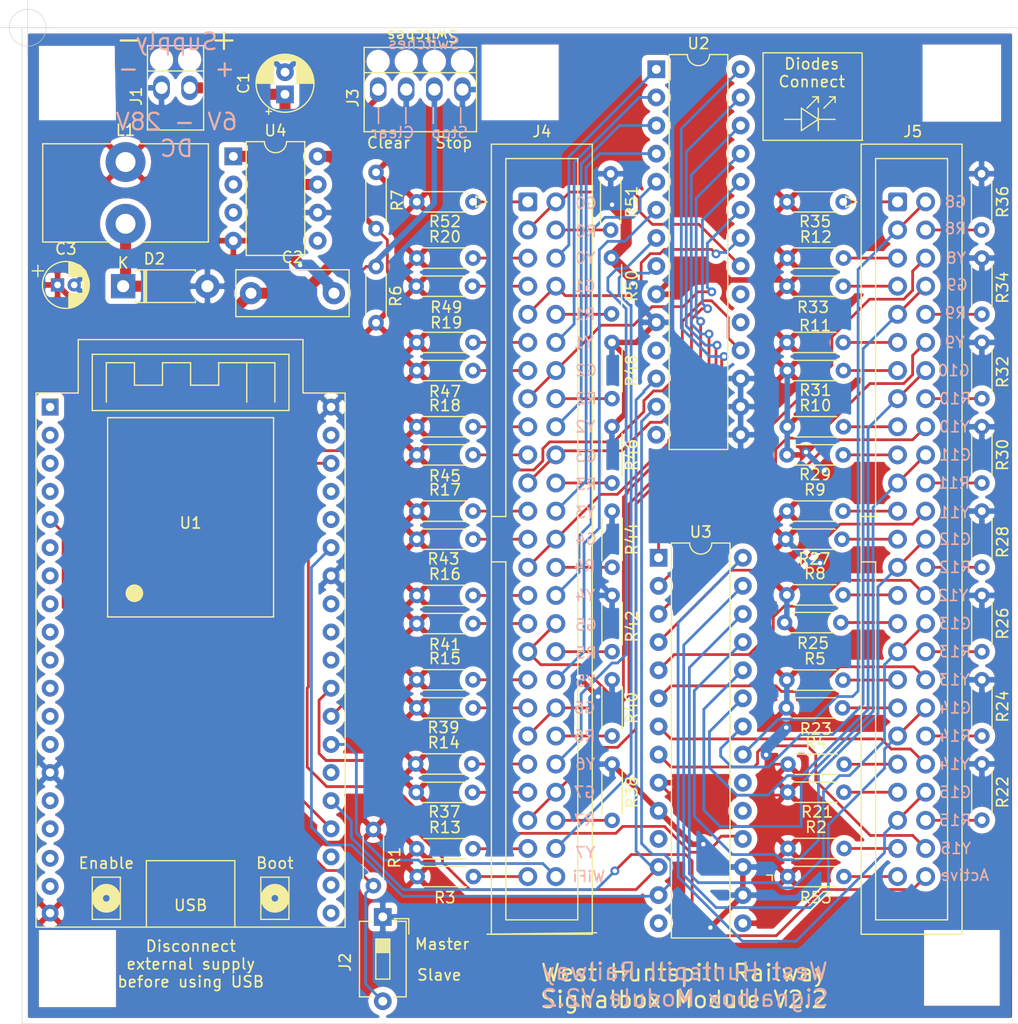
<source format=kicad_pcb>
(kicad_pcb (version 20171130) (host pcbnew "(5.1.9-0-10_14)")
  (title_block (title "West Huntspill Railway Signalbox Module") (date 2021-05-16) (rev V2.1) (comment 2 creativecommons.org/licenses/by/4.0/) (comment 3 "License: CC BY 4.0") (comment 4 "Author: Paul Barnard"))
  (layers (0 F.Cu signal) (31 B.Cu signal) (34 B.Paste user) (35 F.Paste user) (36 B.SilkS user) (37 F.SilkS user) (38 B.Mask user) (39 F.Mask user) (44 Edge.Cuts user))
  (net 0 "")
  (net 1 GND)
  (net 2 "Net-(C2-Pad1)")
  (net 3 "Net-(C2-Pad2)")
  (net 4 +5V)
  (net 5 "Net-(J2-Pad2)")
  (net 6 Stop)
  (net 7 "Net-(J3-Pad1)")
  (net 8 SG0)
  (net 9 F0)
  (net 10 O0)
  (net 11 SG1)
  (net 12 F1)
  (net 13 O1)
  (net 14 SG2)
  (net 15 F2)
  (net 16 O2)
  (net 17 SG3)
  (net 18 F3)
  (net 19 O3)
  (net 20 SG4)
  (net 21 F4)
  (net 22 O4)
  (net 23 SG5)
  (net 24 F5)
  (net 25 O5)
  (net 26 SG6)
  (net 27 F6)
  (net 28 O6)
  (net 29 SG7)
  (net 30 F7)
  (net 31 O7)
  (net 32 "/5V Supply/6V-24V")
  (net 33 WiFi)
  (net 34 R7)
  (net 35 R6)
  (net 36 R5)
  (net 37 R4)
  (net 38 R3)
  (net 39 R2)
  (net 40 R1)
  (net 41 R0)
  (net 42 "Net-(J4-Pad49)")
  (net 43 G7)
  (net 44 G6)
  (net 45 G5)
  (net 46 G4)
  (net 47 G3)
  (net 48 G2)
  (net 49 G1)
  (net 50 G0)
  (net 51 G8)
  (net 52 SG8)
  (net 53 F8)
  (net 54 G9)
  (net 55 SG9)
  (net 56 F9)
  (net 57 GA)
  (net 58 SGA)
  (net 59 FA)
  (net 60 GB)
  (net 61 SGB)
  (net 62 FB)
  (net 63 GC)
  (net 64 SGC)
  (net 65 FC)
  (net 66 GD)
  (net 67 SGD)
  (net 68 FD)
  (net 69 GE)
  (net 70 SGE)
  (net 71 FE)
  (net 72 GF)
  (net 73 SGF)
  (net 74 FF)
  (net 75 "Net-(J5-Pad49)")
  (net 76 R8)
  (net 77 O8)
  (net 78 R9)
  (net 79 O9)
  (net 80 RA)
  (net 81 OA)
  (net 82 RB)
  (net 83 OB)
  (net 84 RC)
  (net 85 OC)
  (net 86 RD)
  (net 87 OD)
  (net 88 RE)
  (net 89 OE)
  (net 90 RF)
  (net 91 OF)
  (net 92 Active)
  (net 93 SCL)
  (net 94 SDA)
  (net 95 "Net-(U1-Pad37)")
  (net 96 "Net-(U1-Pad35)")
  (net 97 "Net-(U1-Pad34)")
  (net 98 "Net-(U1-Pad31)")
  (net 99 "Net-(U1-Pad30)")
  (net 100 "Net-(U1-Pad29)")
  (net 101 "Net-(U1-Pad28)")
  (net 102 "Net-(U1-Pad25)")
  (net 103 "Net-(U1-Pad22)")
  (net 104 "Net-(U1-Pad21)")
  (net 105 "Net-(U1-Pad20)")
  (net 106 "Net-(U1-Pad18)")
  (net 107 "Net-(U1-Pad17)")
  (net 108 "Net-(U1-Pad16)")
  (net 109 "Net-(U1-Pad15)")
  (net 110 "Net-(U1-Pad13)")
  (net 111 "Net-(U1-Pad12)")
  (net 112 "Net-(U1-Pad11)")
  (net 113 "Net-(U1-Pad10)")
  (net 114 "Net-(U1-Pad9)")
  (net 115 "Net-(U1-Pad8)")
  (net 116 "Net-(U1-Pad7)")
  (net 117 "Net-(U1-Pad6)")
  (net 118 "Net-(U1-Pad4)")
  (net 119 "Net-(U1-Pad3)")
  (net 120 "Net-(U1-Pad2)")
  (net 121 "Net-(U1-Pad1)")
  (net 122 "Net-(U2-Pad19)")
  (net 123 "Net-(U2-Pad20)")
  (net 124 "Net-(U2-Pad11)")
  (net 125 "Net-(U2-Pad14)")
  (net 126 "Net-(U3-Pad19)")
  (net 127 "Net-(U3-Pad20)")
  (net 128 "Net-(U3-Pad11)")
  (net 129 "Net-(U3-Pad14)")
  (net 130 "Net-(U4-Pad5)")
  (net 131 "Net-(U4-Pad2)")
  (net 132 "Net-(U4-Pad3)")
  (module Capacitor_THT:C_Radial_D4.0mm_H7.0mm_P1.50mm (layer F.Cu) (at 105.703101 70.2437)
    (fp_text reference C3 (at 0.75 -3.25) (layer F.SilkS))
    (fp_text value 68uF)
    (pad 2 thru_hole circle (at 1.5 0) (size 1.2 1.2) (drill 0.6) (layers *.Cu *.Mask) (net 1 GND))
    (pad 1 thru_hole rect (at 0 0) (size 1.2 1.2) (drill 0.6) (layers *.Cu *.Mask) (net 4 +5V))
  )
  (module "Pauls Parts:4WayScrewTerminal_2.54mm" (layer F.Cu) (at 138.4935 51.3207)
    (fp_text reference J3 (at -6.096 2.032 90) (layer F.SilkS))
    (fp_text value Buttons)
    (pad "" np_thru_hole circle (at -3.81 -1.27) (size 1.1 1.1) (drill 1.1) (layers *.Mask B.Cu))
    (pad 1 thru_hole oval (at -3.81 1.27) (size 1.5 2.2) (drill 1.1) (layers *.Cu *.Mask) (net 7 "Net-(J3-Pad1)"))
    (pad "" np_thru_hole circle (at -1.27 -1.27) (size 1.1 1.1) (drill 1.1) (layers *.Mask B.Cu))
    (pad 2 thru_hole oval (at -1.27 1.27) (size 1.5 2.2) (drill 1.1) (layers *.Cu *.Mask) (net 1 GND))
    (pad "" np_thru_hole circle (at 1.27 -1.27) (size 1.1 1.1) (drill 1.1) (layers *.Mask B.Cu))
    (pad 3 thru_hole oval (at 1.27 1.27) (size 1.5 2.2) (drill 1.1) (layers *.Cu *.Mask) (net 6 Stop))
    (pad "" np_thru_hole circle (at 3.81 -1.27) (size 1.1 1.1) (drill 1.1) (layers *.Cu *.Mask))
    (pad 4 thru_hole oval (at 3.81 1.27) (size 1.5 2.2) (drill 1.1) (layers *.Cu *.Mask) (net 1 GND))
  )
  (module "Pauls Parts:2WayScrewTerminal_2.54" (layer F.Cu) (at 118.9101 51.1683)
    (fp_text reference J1 (at -6.096 2.032 90) (layer F.SilkS))
    (fp_text value "Power Connector")
    (pad "" np_thru_hole circle (at -3.81 -1.27) (size 1.1 1.1) (drill 1.1) (layers *.Mask B.Cu))
    (pad 1 thru_hole oval (at -3.81 1.27) (size 1.5 2.2) (drill 1.1) (layers *.Cu *.Mask) (net 1 GND))
    (pad "" np_thru_hole circle (at -1.27 -1.27) (size 1.1 1.1) (drill 1.1) (layers *.Mask B.Cu))
    (pad 2 thru_hole oval (at -1.27 1.27) (size 1.5 2.2) (drill 1.1) (layers *.Cu *.Mask) (net 32 "/5V Supply/6V-24V"))
  )
  (module Inductor_THT:L_Toroid_Vertical_L14.7mm_W8.6mm_P5.58mm_Pulse_KM-1 (layer F.Cu) (at 111.8489 64.7192 180)
    (fp_text reference L1 (at 0 8.4582) (layer F.SilkS))
    (fp_text value 47uH)
    (pad 2 thru_hole circle (at 0 5.58 180) (size 3.6 3.6) (drill 1.8) (layers *.Cu *.Mask) (net 4 +5V))
    (pad 1 thru_hole circle (at 0 0 180) (size 3.6 3.6) (drill 1.8) (layers *.Cu *.Mask) (net 2 "Net-(C2-Pad1)"))
  )
  (module ESP32_DevKit_V4:esp32_devkit_v4 (layer F.Cu) (at 117.729 81.28)
    (fp_text reference U1 (at 0 10.47) (layer F.SilkS))
    (fp_text value ESP32_DevKit_V4)
    (fp_text user Enable (at -7.62 41.204) (layer F.SilkS))
    (fp_text user Boot (at 7.62 41.204) (layer F.SilkS))
    (fp_text user USB (at 0 45.014) (layer F.SilkS))
    (pad 38 thru_hole circle (at 12.7 0) (size 1.524 1.524) (drill 0.762) (layers *.Cu *.Mask) (net 1 GND))
    (pad 37 thru_hole circle (at 12.7 2.54) (size 1.524 1.524) (drill 0.762) (layers *.Cu *.Mask) (net 95 "Net-(U1-Pad37)"))
    (pad 36 thru_hole circle (at 12.7 5.08) (size 1.524 1.524) (drill 0.762) (layers *.Cu *.Mask) (net 93 SCL))
    (pad 35 thru_hole circle (at 12.7 7.62) (size 1.524 1.524) (drill 0.762) (layers *.Cu *.Mask) (net 96 "Net-(U1-Pad35)"))
    (pad 34 thru_hole circle (at 12.7 10.16) (size 1.524 1.524) (drill 0.762) (layers *.Cu *.Mask) (net 97 "Net-(U1-Pad34)"))
    (pad 33 thru_hole circle (at 12.7 12.7) (size 1.524 1.524) (drill 0.762) (layers *.Cu *.Mask) (net 94 SDA))
    (pad 32 thru_hole circle (at 12.7 15.24) (size 1.524 1.524) (drill 0.762) (layers *.Cu *.Mask) (net 1 GND))
    (pad 31 thru_hole circle (at 12.7 17.78) (size 1.524 1.524) (drill 0.762) (layers *.Cu *.Mask) (net 98 "Net-(U1-Pad31)"))
    (pad 30 thru_hole circle (at 12.7 20.32) (size 1.524 1.524) (drill 0.762) (layers *.Cu *.Mask) (net 99 "Net-(U1-Pad30)"))
    (pad 29 thru_hole circle (at 12.7 22.86) (size 1.524 1.524) (drill 0.762) (layers *.Cu *.Mask) (net 100 "Net-(U1-Pad29)"))
    (pad 28 thru_hole circle (at 12.7 25.4) (size 1.524 1.524) (drill 0.762) (layers *.Cu *.Mask) (net 101 "Net-(U1-Pad28)"))
    (pad 27 thru_hole circle (at 12.7 27.94) (size 1.524 1.524) (drill 0.762) (layers *.Cu *.Mask) (net 7 "Net-(J3-Pad1)"))
    (pad 26 thru_hole circle (at 12.7 30.48) (size 1.524 1.524) (drill 0.762) (layers *.Cu *.Mask) (net 33 WiFi))
    (pad 25 thru_hole circle (at 12.7 33.02) (size 1.524 1.524) (drill 0.762) (layers *.Cu *.Mask) (net 102 "Net-(U1-Pad25)"))
    (pad 24 thru_hole circle (at 12.7 35.56) (size 1.524 1.524) (drill 0.762) (layers *.Cu *.Mask) (net 92 Active))
    (pad 23 thru_hole circle (at 12.7 38.1) (size 1.524 1.524) (drill 0.762) (layers *.Cu *.Mask) (net 6 Stop))
    (pad 22 thru_hole circle (at 12.7 40.64) (size 1.524 1.524) (drill 0.762) (layers *.Cu *.Mask) (net 103 "Net-(U1-Pad22)"))
    (pad 21 thru_hole circle (at 12.7 43.18) (size 1.524 1.524) (drill 0.762) (layers *.Cu *.Mask) (net 104 "Net-(U1-Pad21)"))
    (pad 20 thru_hole circle (at 12.7 45.72) (size 1.524 1.524) (drill 0.762) (layers *.Cu *.Mask) (net 105 "Net-(U1-Pad20)"))
    (pad 19 thru_hole circle (at -12.7 45.72) (size 1.524 1.524) (drill 0.762) (layers *.Cu *.Mask) (net 4 +5V))
    (pad 18 thru_hole circle (at -12.7 43.307) (size 1.524 1.524) (drill 0.762) (layers *.Cu *.Mask) (net 106 "Net-(U1-Pad18)"))
    (pad 17 thru_hole circle (at -12.7 40.767) (size 1.524 1.524) (drill 0.762) (layers *.Cu *.Mask) (net 107 "Net-(U1-Pad17)"))
    (pad 16 thru_hole circle (at -12.7 38.1) (size 1.524 1.524) (drill 0.762) (layers *.Cu *.Mask) (net 108 "Net-(U1-Pad16)"))
    (pad 15 thru_hole circle (at -12.7 35.56) (size 1.524 1.524) (drill 0.762) (layers *.Cu *.Mask) (net 109 "Net-(U1-Pad15)"))
    (pad 14 thru_hole circle (at -12.7 33.02) (size 1.524 1.524) (drill 0.762) (layers *.Cu *.Mask) (net 1 GND))
    (pad 13 thru_hole circle (at -12.7 30.48) (size 1.524 1.524) (drill 0.762) (layers *.Cu *.Mask) (net 110 "Net-(U1-Pad13)"))
    (pad 12 thru_hole circle (at -12.7 27.94) (size 1.524 1.524) (drill 0.762) (layers *.Cu *.Mask) (net 111 "Net-(U1-Pad12)"))
    (pad 11 thru_hole circle (at -12.7 25.4) (size 1.524 1.524) (drill 0.762) (layers *.Cu *.Mask) (net 112 "Net-(U1-Pad11)"))
    (pad 10 thru_hole circle (at -12.7 22.86) (size 1.524 1.524) (drill 0.762) (layers *.Cu *.Mask) (net 113 "Net-(U1-Pad10)"))
    (pad 9 thru_hole circle (at -12.7 20.32) (size 1.524 1.524) (drill 0.762) (layers *.Cu *.Mask) (net 114 "Net-(U1-Pad9)"))
    (pad 8 thru_hole circle (at -12.7 17.78) (size 1.524 1.524) (drill 0.762) (layers *.Cu *.Mask) (net 115 "Net-(U1-Pad8)"))
    (pad 7 thru_hole circle (at -12.7 15.24) (size 1.524 1.524) (drill 0.762) (layers *.Cu *.Mask) (net 116 "Net-(U1-Pad7)"))
    (pad 6 thru_hole circle (at -12.7 12.7) (size 1.524 1.524) (drill 0.762) (layers *.Cu *.Mask) (net 117 "Net-(U1-Pad6)"))
    (pad 5 thru_hole circle (at -12.7 10.16) (size 1.524 1.524) (drill 0.762) (layers *.Cu *.Mask) (net 5 "Net-(J2-Pad2)"))
    (pad 4 thru_hole circle (at -12.7 7.62) (size 1.524 1.524) (drill 0.762) (layers *.Cu *.Mask) (net 118 "Net-(U1-Pad4)"))
    (pad 3 thru_hole circle (at -12.7 5.08) (size 1.524 1.524) (drill 0.762) (layers *.Cu *.Mask) (net 119 "Net-(U1-Pad3)"))
    (pad 2 thru_hole circle (at -12.7 2.54) (size 1.524 1.524) (drill 0.762) (layers *.Cu *.Mask) (net 120 "Net-(U1-Pad2)"))
    (pad 1 thru_hole rect (at -12.7 0) (size 1.524 1.524) (drill 0.762) (layers *.Cu *.Mask) (net 121 "Net-(U1-Pad1)"))
  )
  (module Connector_IDC:IDC-Header_2x25_P2.54mm_Vertical (layer F.Cu) (at 181.6354 62.738)
    (fp_text reference J5 (at 1.3716 -6.35) (layer F.SilkS))
    (fp_text value Conn_02x25_Odd_Even)
    (pad 1 thru_hole roundrect (at 0 0) (size 1.7 1.7) (drill 1) (layers *.Cu *.Mask) (roundrect_rratio 0.1470588235294118) (net 51 G8))
    (pad 3 thru_hole circle (at 0 2.54) (size 1.7 1.7) (drill 1) (layers *.Cu *.Mask) (net 52 SG8))
    (pad 5 thru_hole circle (at 0 5.08) (size 1.7 1.7) (drill 1) (layers *.Cu *.Mask) (net 53 F8))
    (pad 7 thru_hole circle (at 0 7.62) (size 1.7 1.7) (drill 1) (layers *.Cu *.Mask) (net 54 G9))
    (pad 9 thru_hole circle (at 0 10.16) (size 1.7 1.7) (drill 1) (layers *.Cu *.Mask) (net 55 SG9))
    (pad 11 thru_hole circle (at 0 12.7) (size 1.7 1.7) (drill 1) (layers *.Cu *.Mask) (net 56 F9))
    (pad 13 thru_hole circle (at 0 15.24) (size 1.7 1.7) (drill 1) (layers *.Cu *.Mask) (net 57 GA))
    (pad 15 thru_hole circle (at 0 17.78) (size 1.7 1.7) (drill 1) (layers *.Cu *.Mask) (net 58 SGA))
    (pad 17 thru_hole circle (at 0 20.32) (size 1.7 1.7) (drill 1) (layers *.Cu *.Mask) (net 59 FA))
    (pad 19 thru_hole circle (at 0 22.86) (size 1.7 1.7) (drill 1) (layers *.Cu *.Mask) (net 60 GB))
    (pad 21 thru_hole circle (at 0 25.4) (size 1.7 1.7) (drill 1) (layers *.Cu *.Mask) (net 61 SGB))
    (pad 23 thru_hole circle (at 0 27.94) (size 1.7 1.7) (drill 1) (layers *.Cu *.Mask) (net 62 FB))
    (pad 25 thru_hole circle (at 0 30.48) (size 1.7 1.7) (drill 1) (layers *.Cu *.Mask) (net 63 GC))
    (pad 27 thru_hole circle (at 0 33.02) (size 1.7 1.7) (drill 1) (layers *.Cu *.Mask) (net 64 SGC))
    (pad 29 thru_hole circle (at 0 35.56) (size 1.7 1.7) (drill 1) (layers *.Cu *.Mask) (net 65 FC))
    (pad 31 thru_hole circle (at 0 38.1) (size 1.7 1.7) (drill 1) (layers *.Cu *.Mask) (net 66 GD))
    (pad 33 thru_hole circle (at 0 40.64) (size 1.7 1.7) (drill 1) (layers *.Cu *.Mask) (net 67 SGD))
    (pad 35 thru_hole circle (at 0 43.18) (size 1.7 1.7) (drill 1) (layers *.Cu *.Mask) (net 68 FD))
    (pad 37 thru_hole circle (at 0 45.72) (size 1.7 1.7) (drill 1) (layers *.Cu *.Mask) (net 69 GE))
    (pad 39 thru_hole circle (at 0 48.26) (size 1.7 1.7) (drill 1) (layers *.Cu *.Mask) (net 70 SGE))
    (pad 41 thru_hole circle (at 0 50.8) (size 1.7 1.7) (drill 1) (layers *.Cu *.Mask) (net 71 FE))
    (pad 43 thru_hole circle (at 0 53.34) (size 1.7 1.7) (drill 1) (layers *.Cu *.Mask) (net 72 GF))
    (pad 45 thru_hole circle (at 0 55.88) (size 1.7 1.7) (drill 1) (layers *.Cu *.Mask) (net 73 SGF))
    (pad 47 thru_hole circle (at 0 58.42) (size 1.7 1.7) (drill 1) (layers *.Cu *.Mask) (net 74 FF))
    (pad 49 thru_hole circle (at 0 60.96) (size 1.7 1.7) (drill 1) (layers *.Cu *.Mask) (net 75 "Net-(J5-Pad49)"))
    (pad 2 thru_hole circle (at 2.54 0) (size 1.7 1.7) (drill 1) (layers *.Cu *.Mask) (net 52 SG8))
    (pad 4 thru_hole circle (at 2.54 2.54) (size 1.7 1.7) (drill 1) (layers *.Cu *.Mask) (net 76 R8))
    (pad 6 thru_hole circle (at 2.54 5.08) (size 1.7 1.7) (drill 1) (layers *.Cu *.Mask) (net 77 O8))
    (pad 8 thru_hole circle (at 2.54 7.62) (size 1.7 1.7) (drill 1) (layers *.Cu *.Mask) (net 55 SG9))
    (pad 10 thru_hole circle (at 2.54 10.16) (size 1.7 1.7) (drill 1) (layers *.Cu *.Mask) (net 78 R9))
    (pad 12 thru_hole circle (at 2.54 12.7) (size 1.7 1.7) (drill 1) (layers *.Cu *.Mask) (net 79 O9))
    (pad 14 thru_hole circle (at 2.54 15.24) (size 1.7 1.7) (drill 1) (layers *.Cu *.Mask) (net 58 SGA))
    (pad 16 thru_hole circle (at 2.54 17.78) (size 1.7 1.7) (drill 1) (layers *.Cu *.Mask) (net 80 RA))
    (pad 18 thru_hole circle (at 2.54 20.32) (size 1.7 1.7) (drill 1) (layers *.Cu *.Mask) (net 81 OA))
    (pad 20 thru_hole circle (at 2.54 22.86) (size 1.7 1.7) (drill 1) (layers *.Cu *.Mask) (net 61 SGB))
    (pad 22 thru_hole circle (at 2.54 25.4) (size 1.7 1.7) (drill 1) (layers *.Cu *.Mask) (net 82 RB))
    (pad 24 thru_hole circle (at 2.54 27.94) (size 1.7 1.7) (drill 1) (layers *.Cu *.Mask) (net 83 OB))
    (pad 26 thru_hole circle (at 2.54 30.48) (size 1.7 1.7) (drill 1) (layers *.Cu *.Mask) (net 64 SGC))
    (pad 28 thru_hole circle (at 2.54 33.02) (size 1.7 1.7) (drill 1) (layers *.Cu *.Mask) (net 84 RC))
    (pad 30 thru_hole circle (at 2.54 35.56) (size 1.7 1.7) (drill 1) (layers *.Cu *.Mask) (net 85 OC))
    (pad 32 thru_hole circle (at 2.54 38.1) (size 1.7 1.7) (drill 1) (layers *.Cu *.Mask) (net 67 SGD))
    (pad 34 thru_hole circle (at 2.54 40.64) (size 1.7 1.7) (drill 1) (layers *.Cu *.Mask) (net 86 RD))
    (pad 36 thru_hole circle (at 2.54 43.18) (size 1.7 1.7) (drill 1) (layers *.Cu *.Mask) (net 87 OD))
    (pad 38 thru_hole circle (at 2.54 45.72) (size 1.7 1.7) (drill 1) (layers *.Cu *.Mask) (net 70 SGE))
    (pad 40 thru_hole circle (at 2.54 48.26) (size 1.7 1.7) (drill 1) (layers *.Cu *.Mask) (net 88 RE))
    (pad 42 thru_hole circle (at 2.54 50.8) (size 1.7 1.7) (drill 1) (layers *.Cu *.Mask) (net 89 OE))
    (pad 44 thru_hole circle (at 2.54 53.34) (size 1.7 1.7) (drill 1) (layers *.Cu *.Mask) (net 73 SGF))
    (pad 46 thru_hole circle (at 2.54 55.88) (size 1.7 1.7) (drill 1) (layers *.Cu *.Mask) (net 90 RF))
    (pad 48 thru_hole circle (at 2.54 58.42) (size 1.7 1.7) (drill 1) (layers *.Cu *.Mask) (net 91 OF))
    (pad 50 thru_hole circle (at 2.54 60.96) (size 1.7 1.7) (drill 1) (layers *.Cu *.Mask) (net 92 Active))
  )
  (module MountingHole:MountingHole_3.2mm_M3 (layer F.Cu) (at 107.5 132)
    (fp_text reference REF** hide)
    (fp_text value MountingHole_3.2mm_M3 hide)
    (pad 1 np_thru_hole circle (at 0 0) (size 3.2 3.2) (drill 3.2) (layers *.Cu *.Mask))
  )
  (module MountingHole:MountingHole_3.2mm_M3 (layer F.Cu) (at 187.5 132)
    (fp_text reference REF** hide)
    (fp_text value MountingHole_3.2mm_M3 hide)
    (pad 1 np_thru_hole circle (at 0 0) (size 3.2 3.2) (drill 3.2) (layers *.Cu *.Mask))
  )
  (module MountingHole:MountingHole_3.2mm_M3 (layer F.Cu) (at 147.5 52)
    (fp_text reference REF** hide)
    (fp_text value MountingHole_3.2mm_M3 hide)
    (pad 1 np_thru_hole circle (at 0 0) (size 3.2 3.2) (drill 3.2) (layers *.Cu *.Mask))
  )
  (module MountingHole:MountingHole_3.2mm_M3 (layer F.Cu) (at 187.5 52)
    (fp_text reference REF** hide)
    (fp_text value MountingHole_3.2mm_M3 hide)
    (pad 1 np_thru_hole circle (at 0 0) (size 3.2 3.2) (drill 3.2) (layers *.Cu *.Mask))
  )
  (module MountingHole:MountingHole_3.2mm_M3 (layer F.Cu) (at 107.5 52)
    (fp_text reference REF** hide)
    (fp_text value MountingHole_3.2mm_M3 hide)
    (pad 1 np_thru_hole circle (at 0 0) (size 3.2 3.2) (drill 3.2) (layers *.Cu *.Mask))
  )
  (module Capacitor_THT:C_Rect_L10.0mm_W4.0mm_P7.50mm_MKS4 (layer F.Cu) (at 123.19 70.993)
    (fp_text reference C2 (at 3.75 -3.25) (layer F.SilkS))
    (fp_text value 10nF)
    (pad 2 thru_hole circle (at 7.5 0) (size 2 2) (drill 1) (layers *.Cu *.Mask) (net 3 "Net-(C2-Pad2)"))
    (pad 1 thru_hole circle (at 0 0) (size 2 2) (drill 1) (layers *.Cu *.Mask) (net 2 "Net-(C2-Pad1)"))
  )
  (module Connector_IDC:IDC-Header_2x25_P2.54mm_Vertical (layer F.Cu) (at 148.209 62.738)
    (fp_text reference J4 (at 1.27 -6.35) (layer F.SilkS))
    (fp_text value Conn_02x25_Odd_Even)
    (pad 50 thru_hole circle (at 2.54 60.96) (size 1.7 1.7) (drill 1) (layers *.Cu *.Mask) (net 33 WiFi))
    (pad 48 thru_hole circle (at 2.54 58.42) (size 1.7 1.7) (drill 1) (layers *.Cu *.Mask) (net 31 O7))
    (pad 46 thru_hole circle (at 2.54 55.88) (size 1.7 1.7) (drill 1) (layers *.Cu *.Mask) (net 34 R7))
    (pad 44 thru_hole circle (at 2.54 53.34) (size 1.7 1.7) (drill 1) (layers *.Cu *.Mask) (net 29 SG7))
    (pad 42 thru_hole circle (at 2.54 50.8) (size 1.7 1.7) (drill 1) (layers *.Cu *.Mask) (net 28 O6))
    (pad 40 thru_hole circle (at 2.54 48.26) (size 1.7 1.7) (drill 1) (layers *.Cu *.Mask) (net 35 R6))
    (pad 38 thru_hole circle (at 2.54 45.72) (size 1.7 1.7) (drill 1) (layers *.Cu *.Mask) (net 26 SG6))
    (pad 36 thru_hole circle (at 2.54 43.18) (size 1.7 1.7) (drill 1) (layers *.Cu *.Mask) (net 25 O5))
    (pad 34 thru_hole circle (at 2.54 40.64) (size 1.7 1.7) (drill 1) (layers *.Cu *.Mask) (net 36 R5))
    (pad 32 thru_hole circle (at 2.54 38.1) (size 1.7 1.7) (drill 1) (layers *.Cu *.Mask) (net 23 SG5))
    (pad 30 thru_hole circle (at 2.54 35.56) (size 1.7 1.7) (drill 1) (layers *.Cu *.Mask) (net 22 O4))
    (pad 28 thru_hole circle (at 2.54 33.02) (size 1.7 1.7) (drill 1) (layers *.Cu *.Mask) (net 37 R4))
    (pad 26 thru_hole circle (at 2.54 30.48) (size 1.7 1.7) (drill 1) (layers *.Cu *.Mask) (net 20 SG4))
    (pad 24 thru_hole circle (at 2.54 27.94) (size 1.7 1.7) (drill 1) (layers *.Cu *.Mask) (net 19 O3))
    (pad 22 thru_hole circle (at 2.54 25.4) (size 1.7 1.7) (drill 1) (layers *.Cu *.Mask) (net 38 R3))
    (pad 20 thru_hole circle (at 2.54 22.86) (size 1.7 1.7) (drill 1) (layers *.Cu *.Mask) (net 17 SG3))
    (pad 18 thru_hole circle (at 2.54 20.32) (size 1.7 1.7) (drill 1) (layers *.Cu *.Mask) (net 16 O2))
    (pad 16 thru_hole circle (at 2.54 17.78) (size 1.7 1.7) (drill 1) (layers *.Cu *.Mask) (net 39 R2))
    (pad 14 thru_hole circle (at 2.54 15.24) (size 1.7 1.7) (drill 1) (layers *.Cu *.Mask) (net 14 SG2))
    (pad 12 thru_hole circle (at 2.54 12.7) (size 1.7 1.7) (drill 1) (layers *.Cu *.Mask) (net 13 O1))
    (pad 10 thru_hole circle (at 2.54 10.16) (size 1.7 1.7) (drill 1) (layers *.Cu *.Mask) (net 40 R1))
    (pad 8 thru_hole circle (at 2.54 7.62) (size 1.7 1.7) (drill 1) (layers *.Cu *.Mask) (net 11 SG1))
    (pad 6 thru_hole circle (at 2.54 5.08) (size 1.7 1.7) (drill 1) (layers *.Cu *.Mask) (net 10 O0))
    (pad 4 thru_hole circle (at 2.54 2.54) (size 1.7 1.7) (drill 1) (layers *.Cu *.Mask) (net 41 R0))
    (pad 2 thru_hole circle (at 2.54 0) (size 1.7 1.7) (drill 1) (layers *.Cu *.Mask) (net 8 SG0))
    (pad 49 thru_hole circle (at 0 60.96) (size 1.7 1.7) (drill 1) (layers *.Cu *.Mask) (net 42 "Net-(J4-Pad49)"))
    (pad 47 thru_hole circle (at 0 58.42) (size 1.7 1.7) (drill 1) (layers *.Cu *.Mask) (net 30 F7))
    (pad 45 thru_hole circle (at 0 55.88) (size 1.7 1.7) (drill 1) (layers *.Cu *.Mask) (net 29 SG7))
    (pad 43 thru_hole circle (at 0 53.34) (size 1.7 1.7) (drill 1) (layers *.Cu *.Mask) (net 43 G7))
    (pad 41 thru_hole circle (at 0 50.8) (size 1.7 1.7) (drill 1) (layers *.Cu *.Mask) (net 27 F6))
    (pad 39 thru_hole circle (at 0 48.26) (size 1.7 1.7) (drill 1) (layers *.Cu *.Mask) (net 26 SG6))
    (pad 37 thru_hole circle (at 0 45.72) (size 1.7 1.7) (drill 1) (layers *.Cu *.Mask) (net 44 G6))
    (pad 35 thru_hole circle (at 0 43.18) (size 1.7 1.7) (drill 1) (layers *.Cu *.Mask) (net 24 F5))
    (pad 33 thru_hole circle (at 0 40.64) (size 1.7 1.7) (drill 1) (layers *.Cu *.Mask) (net 23 SG5))
    (pad 31 thru_hole circle (at 0 38.1) (size 1.7 1.7) (drill 1) (layers *.Cu *.Mask) (net 45 G5))
    (pad 29 thru_hole circle (at 0 35.56) (size 1.7 1.7) (drill 1) (layers *.Cu *.Mask) (net 21 F4))
    (pad 27 thru_hole circle (at 0 33.02) (size 1.7 1.7) (drill 1) (layers *.Cu *.Mask) (net 20 SG4))
    (pad 25 thru_hole circle (at 0 30.48) (size 1.7 1.7) (drill 1) (layers *.Cu *.Mask) (net 46 G4))
    (pad 23 thru_hole circle (at 0 27.94) (size 1.7 1.7) (drill 1) (layers *.Cu *.Mask) (net 18 F3))
    (pad 21 thru_hole circle (at 0 25.4) (size 1.7 1.7) (drill 1) (layers *.Cu *.Mask) (net 17 SG3))
    (pad 19 thru_hole circle (at 0 22.86) (size 1.7 1.7) (drill 1) (layers *.Cu *.Mask) (net 47 G3))
    (pad 17 thru_hole circle (at 0 20.32) (size 1.7 1.7) (drill 1) (layers *.Cu *.Mask) (net 15 F2))
    (pad 15 thru_hole circle (at 0 17.78) (size 1.7 1.7) (drill 1) (layers *.Cu *.Mask) (net 14 SG2))
    (pad 13 thru_hole circle (at 0 15.24) (size 1.7 1.7) (drill 1) (layers *.Cu *.Mask) (net 48 G2))
    (pad 11 thru_hole circle (at 0 12.7) (size 1.7 1.7) (drill 1) (layers *.Cu *.Mask) (net 12 F1))
    (pad 9 thru_hole circle (at 0 10.16) (size 1.7 1.7) (drill 1) (layers *.Cu *.Mask) (net 11 SG1))
    (pad 7 thru_hole circle (at 0 7.62) (size 1.7 1.7) (drill 1) (layers *.Cu *.Mask) (net 49 G1))
    (pad 5 thru_hole circle (at 0 5.08) (size 1.7 1.7) (drill 1) (layers *.Cu *.Mask) (net 9 F0))
    (pad 3 thru_hole circle (at 0 2.54) (size 1.7 1.7) (drill 1) (layers *.Cu *.Mask) (net 8 SG0))
    (pad 1 thru_hole roundrect (at 0 0) (size 1.7 1.7) (drill 1) (layers *.Cu *.Mask) (roundrect_rratio 0.1470588235294118) (net 50 G0))
  )
  (module Capacitor_THT:CP_Radial_D5.0mm_P2.00mm (layer F.Cu) (at 126.2634 53.0225 90)
    (fp_text reference C1 (at 1 -3.75 90) (layer F.SilkS))
    (fp_text value 100uF)
    (pad 1 thru_hole rect (at 0 0 90) (size 1.6 1.6) (drill 0.8) (layers *.Cu *.Mask) (net 32 "/5V Supply/6V-24V"))
    (pad 2 thru_hole circle (at 2 0 90) (size 1.6 1.6) (drill 0.8) (layers *.Cu *.Mask) (net 1 GND))
  )
  (module Diode_THT:D_DO-41_SOD81_P7.62mm_Horizontal (layer F.Cu) (at 111.633 70.358)
    (fp_text reference D2 (at 2.822999 -2.47) (layer F.SilkS))
    (fp_text value 1N5819RL)
    (fp_text user K (at 0 -2.1) (layer F.SilkS))
    (pad 1 thru_hole rect (at 0 0) (size 2.2 2.2) (drill 1.1) (layers *.Cu *.Mask) (net 2 "Net-(C2-Pad1)"))
    (pad 2 thru_hole oval (at 7.62 0) (size 2.2 2.2) (drill 1.1) (layers *.Cu *.Mask) (net 1 GND))
  )
  (module Button_Switch_THT:SW_DIP_SPSTx01_Slide_6.7x4.1mm_W7.62mm_P2.54mm_LowProfile (layer F.Cu) (at 135.1026 127.3429 270)
    (fp_text reference J2 (at 4.1021 3.4036 90) (layer F.SilkS))
    (fp_text value Master/Slave)
    (pad 1 thru_hole rect (at 0 0 270) (size 1.6 1.6) (drill 0.8) (layers *.Cu *.Mask) (net 1 GND))
    (pad 2 thru_hole oval (at 7.62 0 270) (size 1.6 1.6) (drill 0.8) (layers *.Cu *.Mask) (net 5 "Net-(J2-Pad2)"))
  )
  (module Resistor_THT:R_Axial_DIN0204_L3.6mm_D1.6mm_P5.08mm_Horizontal (layer F.Cu) (at 134.2517 119.4435 270)
    (fp_text reference R1 (at 2.54 -1.92 90) (layer F.SilkS))
    (fp_text value 10K)
    (pad 2 thru_hole oval (at 5.08 0 270) (size 1.4 1.4) (drill 0.7) (layers *.Cu *.Mask) (net 5 "Net-(J2-Pad2)"))
    (pad 1 thru_hole circle (at 0 0 270) (size 1.4 1.4) (drill 0.7) (layers *.Cu *.Mask) (net 4 +5V))
  )
  (module Resistor_THT:R_Axial_DIN0204_L3.6mm_D1.6mm_P5.08mm_Horizontal (layer F.Cu) (at 138.2141 123.698)
    (fp_text reference R3 (at 2.5019 1.905) (layer F.SilkS))
    (fp_text value 820R)
    (pad 2 thru_hole oval (at 5.08 0) (size 1.4 1.4) (drill 0.7) (layers *.Cu *.Mask) (net 42 "Net-(J4-Pad49)"))
    (pad 1 thru_hole circle (at 0 0) (size 1.4 1.4) (drill 0.7) (layers *.Cu *.Mask) (net 4 +5V))
  )
  (module Resistor_THT:R_Axial_DIN0204_L3.6mm_D1.6mm_P5.08mm_Horizontal (layer F.Cu) (at 134.493 73.66 90)
    (fp_text reference R6 (at 2.413 1.778 90) (layer F.SilkS))
    (fp_text value 470R)
    (pad 2 thru_hole oval (at 5.08 0 90) (size 1.4 1.4) (drill 0.7) (layers *.Cu *.Mask) (net 6 Stop))
    (pad 1 thru_hole circle (at 0 0 90) (size 1.4 1.4) (drill 0.7) (layers *.Cu *.Mask) (net 4 +5V))
  )
  (module Resistor_THT:R_Axial_DIN0204_L3.6mm_D1.6mm_P5.08mm_Horizontal (layer F.Cu) (at 134.493 60.071 270)
    (fp_text reference R7 (at 2.54 -1.92 90) (layer F.SilkS))
    (fp_text value 470R)
    (pad 1 thru_hole circle (at 0 0 270) (size 1.4 1.4) (drill 0.7) (layers *.Cu *.Mask) (net 4 +5V))
    (pad 2 thru_hole oval (at 5.08 0 270) (size 1.4 1.4) (drill 0.7) (layers *.Cu *.Mask) (net 7 "Net-(J3-Pad1)"))
  )
  (module Resistor_THT:R_Axial_DIN0204_L3.6mm_D1.6mm_P5.08mm_Horizontal (layer F.Cu) (at 171.7281 121.158)
    (fp_text reference R2 (at 2.54 -1.92) (layer F.SilkS))
    (fp_text value 1K2)
    (pad 1 thru_hole circle (at 0 0) (size 1.4 1.4) (drill 0.7) (layers *.Cu *.Mask) (net 4 +5V))
    (pad 2 thru_hole oval (at 5.08 0) (size 1.4 1.4) (drill 0.7) (layers *.Cu *.Mask) (net 74 FF))
  )
  (module Resistor_THT:R_Axial_DIN0204_L3.6mm_D1.6mm_P5.08mm_Horizontal (layer F.Cu) (at 171.7281 113.5475)
    (fp_text reference R4 (at 2.54 -1.92) (layer F.SilkS))
    (fp_text value 1K2)
    (pad 1 thru_hole circle (at 0 0) (size 1.4 1.4) (drill 0.7) (layers *.Cu *.Mask) (net 4 +5V))
    (pad 2 thru_hole oval (at 5.08 0) (size 1.4 1.4) (drill 0.7) (layers *.Cu *.Mask) (net 71 FE))
  )
  (module Resistor_THT:R_Axial_DIN0204_L3.6mm_D1.6mm_P5.08mm_Horizontal (layer F.Cu) (at 171.6281 105.9475)
    (fp_text reference R5 (at 2.54 -1.92) (layer F.SilkS))
    (fp_text value 1K2)
    (pad 2 thru_hole oval (at 5.08 0) (size 1.4 1.4) (drill 0.7) (layers *.Cu *.Mask) (net 68 FD))
    (pad 1 thru_hole circle (at 0 0) (size 1.4 1.4) (drill 0.7) (layers *.Cu *.Mask) (net 4 +5V))
  )
  (module Resistor_THT:R_Axial_DIN0204_L3.6mm_D1.6mm_P5.08mm_Horizontal (layer F.Cu) (at 171.6281 98.2475)
    (fp_text reference R8 (at 2.54 -1.92) (layer F.SilkS))
    (fp_text value 1K2)
    (pad 2 thru_hole oval (at 5.08 0) (size 1.4 1.4) (drill 0.7) (layers *.Cu *.Mask) (net 65 FC))
    (pad 1 thru_hole circle (at 0 0) (size 1.4 1.4) (drill 0.7) (layers *.Cu *.Mask) (net 4 +5V))
  )
  (module Resistor_THT:R_Axial_DIN0204_L3.6mm_D1.6mm_P5.08mm_Horizontal (layer F.Cu) (at 171.6281 90.678)
    (fp_text reference R9 (at 2.54 -1.92) (layer F.SilkS))
    (fp_text value 1K2)
    (pad 2 thru_hole oval (at 5.08 0) (size 1.4 1.4) (drill 0.7) (layers *.Cu *.Mask) (net 62 FB))
    (pad 1 thru_hole circle (at 0 0) (size 1.4 1.4) (drill 0.7) (layers *.Cu *.Mask) (net 4 +5V))
  )
  (module Resistor_THT:R_Axial_DIN0204_L3.6mm_D1.6mm_P5.08mm_Horizontal (layer F.Cu) (at 171.6659 83.058)
    (fp_text reference R10 (at 2.54 -1.92) (layer F.SilkS))
    (fp_text value 1K2)
    (pad 1 thru_hole circle (at 0 0) (size 1.4 1.4) (drill 0.7) (layers *.Cu *.Mask) (net 4 +5V))
    (pad 2 thru_hole oval (at 5.08 0) (size 1.4 1.4) (drill 0.7) (layers *.Cu *.Mask) (net 59 FA))
  )
  (module Resistor_THT:R_Axial_DIN0204_L3.6mm_D1.6mm_P5.08mm_Horizontal (layer F.Cu) (at 171.6405 75.438)
    (fp_text reference R11 (at 2.54 -1.524) (layer F.SilkS))
    (fp_text value 1K2)
    (pad 2 thru_hole oval (at 5.08 0) (size 1.4 1.4) (drill 0.7) (layers *.Cu *.Mask) (net 56 F9))
    (pad 1 thru_hole circle (at 0 0) (size 1.4 1.4) (drill 0.7) (layers *.Cu *.Mask) (net 4 +5V))
  )
  (module Resistor_THT:R_Axial_DIN0204_L3.6mm_D1.6mm_P5.08mm_Horizontal (layer F.Cu) (at 171.6659 67.818)
    (fp_text reference R12 (at 2.5781 -1.905) (layer F.SilkS))
    (fp_text value 1K2)
    (pad 1 thru_hole circle (at 0 0) (size 1.4 1.4) (drill 0.7) (layers *.Cu *.Mask) (net 4 +5V))
    (pad 2 thru_hole oval (at 5.08 0) (size 1.4 1.4) (drill 0.7) (layers *.Cu *.Mask) (net 53 F8))
  )
  (module Resistor_THT:R_Axial_DIN0204_L3.6mm_D1.6mm_P5.08mm_Horizontal (layer F.Cu) (at 138.1252 116.0907)
    (fp_text reference R37 (at 2.54 1.7653) (layer F.SilkS))
    (fp_text value 470R)
    (pad 1 thru_hole circle (at 0 0) (size 1.4 1.4) (drill 0.7) (layers *.Cu *.Mask) (net 4 +5V))
    (pad 2 thru_hole oval (at 5.08 0) (size 1.4 1.4) (drill 0.7) (layers *.Cu *.Mask) (net 43 G7))
  )
  (module Resistor_THT:R_Axial_DIN0204_L3.6mm_D1.6mm_P5.08mm_Horizontal (layer F.Cu) (at 138.176 108.458)
    (fp_text reference R39 (at 2.413 1.778) (layer F.SilkS))
    (fp_text value 470R)
    (pad 2 thru_hole oval (at 5.08 0) (size 1.4 1.4) (drill 0.7) (layers *.Cu *.Mask) (net 44 G6))
    (pad 1 thru_hole circle (at 0 0) (size 1.4 1.4) (drill 0.7) (layers *.Cu *.Mask) (net 4 +5V))
  )
  (module Resistor_THT:R_Axial_DIN0204_L3.6mm_D1.6mm_P5.08mm_Horizontal (layer F.Cu) (at 138.176 100.838)
    (fp_text reference R41 (at 2.54 1.905) (layer F.SilkS))
    (fp_text value 470R)
    (pad 1 thru_hole circle (at 0 0) (size 1.4 1.4) (drill 0.7) (layers *.Cu *.Mask) (net 4 +5V))
    (pad 2 thru_hole oval (at 5.08 0) (size 1.4 1.4) (drill 0.7) (layers *.Cu *.Mask) (net 45 G5))
  )
  (module Resistor_THT:R_Axial_DIN0204_L3.6mm_D1.6mm_P5.08mm_Horizontal (layer F.Cu) (at 138.176 93.218)
    (fp_text reference R43 (at 2.413 1.778) (layer F.SilkS))
    (fp_text value 470R)
    (pad 1 thru_hole circle (at 0 0) (size 1.4 1.4) (drill 0.7) (layers *.Cu *.Mask) (net 4 +5V))
    (pad 2 thru_hole oval (at 5.08 0) (size 1.4 1.4) (drill 0.7) (layers *.Cu *.Mask) (net 46 G4))
  )
  (module Resistor_THT:R_Axial_DIN0204_L3.6mm_D1.6mm_P5.08mm_Horizontal (layer F.Cu) (at 138.176 85.598)
    (fp_text reference R45 (at 2.54 1.905) (layer F.SilkS))
    (fp_text value 470R)
    (pad 2 thru_hole oval (at 5.08 0) (size 1.4 1.4) (drill 0.7) (layers *.Cu *.Mask) (net 47 G3))
    (pad 1 thru_hole circle (at 0 0) (size 1.4 1.4) (drill 0.7) (layers *.Cu *.Mask) (net 4 +5V))
  )
  (module Resistor_THT:R_Axial_DIN0204_L3.6mm_D1.6mm_P5.08mm_Horizontal (layer F.Cu) (at 138.176 77.978)
    (fp_text reference R47 (at 2.54 1.905) (layer F.SilkS))
    (fp_text value 470R)
    (pad 2 thru_hole oval (at 5.08 0) (size 1.4 1.4) (drill 0.7) (layers *.Cu *.Mask) (net 48 G2))
    (pad 1 thru_hole circle (at 0 0) (size 1.4 1.4) (drill 0.7) (layers *.Cu *.Mask) (net 4 +5V))
  )
  (module Resistor_THT:R_Axial_DIN0204_L3.6mm_D1.6mm_P5.08mm_Horizontal (layer F.Cu) (at 138.1252 70.358)
    (fp_text reference R49 (at 2.7178 1.905) (layer F.SilkS))
    (fp_text value 470R)
    (pad 1 thru_hole circle (at 0 0) (size 1.4 1.4) (drill 0.7) (layers *.Cu *.Mask) (net 4 +5V))
    (pad 2 thru_hole oval (at 5.08 0) (size 1.4 1.4) (drill 0.7) (layers *.Cu *.Mask) (net 49 G1))
  )
  (module Resistor_THT:R_Axial_DIN0204_L3.6mm_D1.6mm_P5.08mm_Horizontal (layer F.Cu) (at 138.176 62.738)
    (fp_text reference R52 (at 2.54 1.778) (layer F.SilkS))
    (fp_text value 470R)
    (pad 1 thru_hole circle (at 0 0) (size 1.4 1.4) (drill 0.7) (layers *.Cu *.Mask) (net 4 +5V))
    (pad 2 thru_hole oval (at 5.08 0) (size 1.4 1.4) (drill 0.7) (layers *.Cu *.Mask) (net 50 G0))
  )
  (module Resistor_THT:R_Axial_DIN0204_L3.6mm_D1.6mm_P5.08mm_Horizontal (layer F.Cu) (at 155.829 118.618 90)
    (fp_text reference R38 (at 2.54 1.778 90) (layer F.SilkS))
    (fp_text value 1K2)
    (pad 2 thru_hole oval (at 5.08 0 90) (size 1.4 1.4) (drill 0.7) (layers *.Cu *.Mask) (net 1 GND))
    (pad 1 thru_hole circle (at 0 0 90) (size 1.4 1.4) (drill 0.7) (layers *.Cu *.Mask) (net 34 R7))
  )
  (module Resistor_THT:R_Axial_DIN0204_L3.6mm_D1.6mm_P5.08mm_Horizontal (layer F.Cu) (at 155.829 110.998 90)
    (fp_text reference R40 (at 2.54 1.778 90) (layer F.SilkS))
    (fp_text value 1K2)
    (pad 2 thru_hole oval (at 5.08 0 90) (size 1.4 1.4) (drill 0.7) (layers *.Cu *.Mask) (net 1 GND))
    (pad 1 thru_hole circle (at 0 0 90) (size 1.4 1.4) (drill 0.7) (layers *.Cu *.Mask) (net 35 R6))
  )
  (module Resistor_THT:R_Axial_DIN0204_L3.6mm_D1.6mm_P5.08mm_Horizontal (layer F.Cu) (at 155.829 103.378 90)
    (fp_text reference R42 (at 2.286 1.778 90) (layer F.SilkS))
    (fp_text value 1K2)
    (pad 1 thru_hole circle (at 0 0 90) (size 1.4 1.4) (drill 0.7) (layers *.Cu *.Mask) (net 36 R5))
    (pad 2 thru_hole oval (at 5.08 0 90) (size 1.4 1.4) (drill 0.7) (layers *.Cu *.Mask) (net 1 GND))
  )
  (module Resistor_THT:R_Axial_DIN0204_L3.6mm_D1.6mm_P5.08mm_Horizontal (layer F.Cu) (at 155.829 95.758 90)
    (fp_text reference R44 (at 2.54 1.778 90) (layer F.SilkS))
    (fp_text value 1K2)
    (pad 1 thru_hole circle (at 0 0 90) (size 1.4 1.4) (drill 0.7) (layers *.Cu *.Mask) (net 37 R4))
    (pad 2 thru_hole oval (at 5.08 0 90) (size 1.4 1.4) (drill 0.7) (layers *.Cu *.Mask) (net 1 GND))
  )
  (module Resistor_THT:R_Axial_DIN0204_L3.6mm_D1.6mm_P5.08mm_Horizontal (layer F.Cu) (at 155.8163 88.138 90)
    (fp_text reference R46 (at 2.54 1.778 90) (layer F.SilkS))
    (fp_text value 1K2)
    (pad 1 thru_hole circle (at 0 0 90) (size 1.4 1.4) (drill 0.7) (layers *.Cu *.Mask) (net 38 R3))
    (pad 2 thru_hole oval (at 5.08 0 90) (size 1.4 1.4) (drill 0.7) (layers *.Cu *.Mask) (net 1 GND))
  )
  (module Resistor_THT:R_Axial_DIN0204_L3.6mm_D1.6mm_P5.08mm_Horizontal (layer F.Cu) (at 155.8163 80.518 90)
    (fp_text reference R48 (at 2.54 1.778 90) (layer F.SilkS))
    (fp_text value 1K2)
    (pad 2 thru_hole oval (at 5.08 0 90) (size 1.4 1.4) (drill 0.7) (layers *.Cu *.Mask) (net 1 GND))
    (pad 1 thru_hole circle (at 0 0 90) (size 1.4 1.4) (drill 0.7) (layers *.Cu *.Mask) (net 39 R2))
  )
  (module Resistor_THT:R_Axial_DIN0204_L3.6mm_D1.6mm_P5.08mm_Horizontal (layer F.Cu) (at 155.7782 72.8599 90)
    (fp_text reference R50 (at 2.54 1.8288 90) (layer F.SilkS))
    (fp_text value 1K2)
    (pad 2 thru_hole oval (at 5.08 0 90) (size 1.4 1.4) (drill 0.7) (layers *.Cu *.Mask) (net 1 GND))
    (pad 1 thru_hole circle (at 0 0 90) (size 1.4 1.4) (drill 0.7) (layers *.Cu *.Mask) (net 40 R1))
  )
  (module Resistor_THT:R_Axial_DIN0204_L3.6mm_D1.6mm_P5.08mm_Horizontal (layer F.Cu) (at 155.702 65.278 90)
    (fp_text reference R51 (at 2.54 1.905 90) (layer F.SilkS))
    (fp_text value 1K2)
    (pad 1 thru_hole circle (at 0 0 90) (size 1.4 1.4) (drill 0.7) (layers *.Cu *.Mask) (net 41 R0))
    (pad 2 thru_hole oval (at 5.08 0 90) (size 1.4 1.4) (drill 0.7) (layers *.Cu *.Mask) (net 1 GND))
  )
  (module Package_DIP:DIP-28_W7.62mm (layer F.Cu) (at 159.8295 50.7619)
    (fp_text reference U2 (at 3.81 -2.33) (layer F.SilkS))
    (fp_text value MCP23017_SP)
    (pad 1 thru_hole rect (at 0 0) (size 1.6 1.6) (drill 0.8) (layers *.Cu *.Mask) (net 10 O0))
    (pad 15 thru_hole oval (at 7.62 33.02) (size 1.6 1.6) (drill 0.8) (layers *.Cu *.Mask) (net 1 GND))
    (pad 2 thru_hole oval (at 0 2.54) (size 1.6 1.6) (drill 0.8) (layers *.Cu *.Mask) (net 13 O1))
    (pad 16 thru_hole oval (at 7.62 30.48) (size 1.6 1.6) (drill 0.8) (layers *.Cu *.Mask) (net 1 GND))
    (pad 3 thru_hole oval (at 0 5.08) (size 1.6 1.6) (drill 0.8) (layers *.Cu *.Mask) (net 16 O2))
    (pad 17 thru_hole oval (at 7.62 27.94) (size 1.6 1.6) (drill 0.8) (layers *.Cu *.Mask) (net 1 GND))
    (pad 4 thru_hole oval (at 0 7.62) (size 1.6 1.6) (drill 0.8) (layers *.Cu *.Mask) (net 19 O3))
    (pad 18 thru_hole oval (at 7.62 25.4) (size 1.6 1.6) (drill 0.8) (layers *.Cu *.Mask) (net 101 "Net-(U1-Pad28)"))
    (pad 5 thru_hole oval (at 0 10.16) (size 1.6 1.6) (drill 0.8) (layers *.Cu *.Mask) (net 22 O4))
    (pad 19 thru_hole oval (at 7.62 22.86) (size 1.6 1.6) (drill 0.8) (layers *.Cu *.Mask) (net 122 "Net-(U2-Pad19)"))
    (pad 6 thru_hole oval (at 0 12.7) (size 1.6 1.6) (drill 0.8) (layers *.Cu *.Mask) (net 25 O5))
    (pad 20 thru_hole oval (at 7.62 20.32) (size 1.6 1.6) (drill 0.8) (layers *.Cu *.Mask) (net 123 "Net-(U2-Pad20)"))
    (pad 7 thru_hole oval (at 0 15.24) (size 1.6 1.6) (drill 0.8) (layers *.Cu *.Mask) (net 28 O6))
    (pad 21 thru_hole oval (at 7.62 17.78) (size 1.6 1.6) (drill 0.8) (layers *.Cu *.Mask) (net 8 SG0))
    (pad 8 thru_hole oval (at 0 17.78) (size 1.6 1.6) (drill 0.8) (layers *.Cu *.Mask) (net 31 O7))
    (pad 22 thru_hole oval (at 7.62 15.24) (size 1.6 1.6) (drill 0.8) (layers *.Cu *.Mask) (net 11 SG1))
    (pad 9 thru_hole oval (at 0 20.32) (size 1.6 1.6) (drill 0.8) (layers *.Cu *.Mask) (net 4 +5V))
    (pad 23 thru_hole oval (at 7.62 12.7) (size 1.6 1.6) (drill 0.8) (layers *.Cu *.Mask) (net 14 SG2))
    (pad 10 thru_hole oval (at 0 22.86) (size 1.6 1.6) (drill 0.8) (layers *.Cu *.Mask) (net 1 GND))
    (pad 24 thru_hole oval (at 7.62 10.16) (size 1.6 1.6) (drill 0.8) (layers *.Cu *.Mask) (net 17 SG3))
    (pad 11 thru_hole oval (at 0 25.4) (size 1.6 1.6) (drill 0.8) (layers *.Cu *.Mask) (net 124 "Net-(U2-Pad11)"))
    (pad 25 thru_hole oval (at 7.62 7.62) (size 1.6 1.6) (drill 0.8) (layers *.Cu *.Mask) (net 20 SG4))
    (pad 12 thru_hole oval (at 0 27.94) (size 1.6 1.6) (drill 0.8) (layers *.Cu *.Mask) (net 93 SCL))
    (pad 26 thru_hole oval (at 7.62 5.08) (size 1.6 1.6) (drill 0.8) (layers *.Cu *.Mask) (net 23 SG5))
    (pad 13 thru_hole oval (at 0 30.48) (size 1.6 1.6) (drill 0.8) (layers *.Cu *.Mask) (net 94 SDA))
    (pad 27 thru_hole oval (at 7.62 2.54) (size 1.6 1.6) (drill 0.8) (layers *.Cu *.Mask) (net 26 SG6))
    (pad 14 thru_hole oval (at 0 33.02) (size 1.6 1.6) (drill 0.8) (layers *.Cu *.Mask) (net 125 "Net-(U2-Pad14)"))
    (pad 28 thru_hole oval (at 7.62 0) (size 1.6 1.6) (drill 0.8) (layers *.Cu *.Mask) (net 29 SG7))
  )
  (module Package_DIP:DIP-8_W7.62mm (layer F.Cu) (at 121.593101 58.628701)
    (fp_text reference U4 (at 3.81 -2.33) (layer F.SilkS))
    (fp_text value LM2675N-5)
    (pad 1 thru_hole rect (at 0 0) (size 1.6 1.6) (drill 0.8) (layers *.Cu *.Mask) (net 3 "Net-(C2-Pad2)"))
    (pad 5 thru_hole oval (at 7.62 7.62) (size 1.6 1.6) (drill 0.8) (layers *.Cu *.Mask) (net 130 "Net-(U4-Pad5)"))
    (pad 2 thru_hole oval (at 0 2.54) (size 1.6 1.6) (drill 0.8) (layers *.Cu *.Mask) (net 131 "Net-(U4-Pad2)"))
    (pad 6 thru_hole oval (at 7.62 5.08) (size 1.6 1.6) (drill 0.8) (layers *.Cu *.Mask) (net 1 GND))
    (pad 3 thru_hole oval (at 0 5.08) (size 1.6 1.6) (drill 0.8) (layers *.Cu *.Mask) (net 132 "Net-(U4-Pad3)"))
    (pad 7 thru_hole oval (at 7.62 2.54) (size 1.6 1.6) (drill 0.8) (layers *.Cu *.Mask) (net 32 "/5V Supply/6V-24V"))
    (pad 4 thru_hole oval (at 0 7.62) (size 1.6 1.6) (drill 0.8) (layers *.Cu *.Mask) (net 4 +5V))
    (pad 8 thru_hole oval (at 7.62 0) (size 1.6 1.6) (drill 0.8) (layers *.Cu *.Mask) (net 2 "Net-(C2-Pad1)"))
  )
  (module Resistor_THT:R_Axial_DIN0204_L3.6mm_D1.6mm_P5.08mm_Horizontal (layer F.Cu) (at 138.176 121.1834)
    (fp_text reference R13 (at 2.54 -1.92) (layer F.SilkS))
    (fp_text value 1K2)
    (pad 2 thru_hole oval (at 5.08 0) (size 1.4 1.4) (drill 0.7) (layers *.Cu *.Mask) (net 30 F7))
    (pad 1 thru_hole circle (at 0 0) (size 1.4 1.4) (drill 0.7) (layers *.Cu *.Mask) (net 4 +5V))
  )
  (module Resistor_THT:R_Axial_DIN0204_L3.6mm_D1.6mm_P5.08mm_Horizontal (layer F.Cu) (at 138.0744 113.5253)
    (fp_text reference R14 (at 2.54 -1.92) (layer F.SilkS))
    (fp_text value 1K2)
    (pad 2 thru_hole oval (at 5.08 0) (size 1.4 1.4) (drill 0.7) (layers *.Cu *.Mask) (net 27 F6))
    (pad 1 thru_hole circle (at 0 0) (size 1.4 1.4) (drill 0.7) (layers *.Cu *.Mask) (net 4 +5V))
  )
  (module Resistor_THT:R_Axial_DIN0204_L3.6mm_D1.6mm_P5.08mm_Horizontal (layer F.Cu) (at 138.176 105.918)
    (fp_text reference R15 (at 2.54 -1.92) (layer F.SilkS))
    (fp_text value 1K2)
    (pad 1 thru_hole circle (at 0 0) (size 1.4 1.4) (drill 0.7) (layers *.Cu *.Mask) (net 4 +5V))
    (pad 2 thru_hole oval (at 5.08 0) (size 1.4 1.4) (drill 0.7) (layers *.Cu *.Mask) (net 24 F5))
  )
  (module Resistor_THT:R_Axial_DIN0204_L3.6mm_D1.6mm_P5.08mm_Horizontal (layer F.Cu) (at 138.176 98.298)
    (fp_text reference R16 (at 2.54 -1.92) (layer F.SilkS))
    (fp_text value 1K2)
    (pad 1 thru_hole circle (at 0 0) (size 1.4 1.4) (drill 0.7) (layers *.Cu *.Mask) (net 4 +5V))
    (pad 2 thru_hole oval (at 5.08 0) (size 1.4 1.4) (drill 0.7) (layers *.Cu *.Mask) (net 21 F4))
  )
  (module Resistor_THT:R_Axial_DIN0204_L3.6mm_D1.6mm_P5.08mm_Horizontal (layer F.Cu) (at 138.176 90.678)
    (fp_text reference R17 (at 2.54 -1.92) (layer F.SilkS))
    (fp_text value 1K2)
    (pad 2 thru_hole oval (at 5.08 0) (size 1.4 1.4) (drill 0.7) (layers *.Cu *.Mask) (net 18 F3))
    (pad 1 thru_hole circle (at 0 0) (size 1.4 1.4) (drill 0.7) (layers *.Cu *.Mask) (net 4 +5V))
  )
  (module Resistor_THT:R_Axial_DIN0204_L3.6mm_D1.6mm_P5.08mm_Horizontal (layer F.Cu) (at 138.176 83.058)
    (fp_text reference R18 (at 2.54 -1.92) (layer F.SilkS))
    (fp_text value 1K2)
    (pad 2 thru_hole oval (at 5.08 0) (size 1.4 1.4) (drill 0.7) (layers *.Cu *.Mask) (net 15 F2))
    (pad 1 thru_hole circle (at 0 0) (size 1.4 1.4) (drill 0.7) (layers *.Cu *.Mask) (net 4 +5V))
  )
  (module Resistor_THT:R_Axial_DIN0204_L3.6mm_D1.6mm_P5.08mm_Horizontal (layer F.Cu) (at 138.176 75.438)
    (fp_text reference R19 (at 2.667 -1.778) (layer F.SilkS))
    (fp_text value 1K2)
    (pad 1 thru_hole circle (at 0 0) (size 1.4 1.4) (drill 0.7) (layers *.Cu *.Mask) (net 4 +5V))
    (pad 2 thru_hole oval (at 5.08 0) (size 1.4 1.4) (drill 0.7) (layers *.Cu *.Mask) (net 12 F1))
  )
  (module Resistor_THT:R_Axial_DIN0204_L3.6mm_D1.6mm_P5.08mm_Horizontal (layer F.Cu) (at 138.176 67.818)
    (fp_text reference R20 (at 2.54 -1.92) (layer F.SilkS))
    (fp_text value 1K2)
    (pad 1 thru_hole circle (at 0 0) (size 1.4 1.4) (drill 0.7) (layers *.Cu *.Mask) (net 4 +5V))
    (pad 2 thru_hole oval (at 5.08 0) (size 1.4 1.4) (drill 0.7) (layers *.Cu *.Mask) (net 9 F0))
  )
  (module Resistor_THT:R_Axial_DIN0204_L3.6mm_D1.6mm_P5.08mm_Horizontal (layer F.Cu) (at 171.704 116.078)
    (fp_text reference R21 (at 2.667 1.778) (layer F.SilkS))
    (fp_text value 470R)
    (pad 2 thru_hole oval (at 5.08 0) (size 1.4 1.4) (drill 0.7) (layers *.Cu *.Mask) (net 72 GF))
    (pad 1 thru_hole circle (at 0 0) (size 1.4 1.4) (drill 0.7) (layers *.Cu *.Mask) (net 4 +5V))
  )
  (module Resistor_THT:R_Axial_DIN0204_L3.6mm_D1.6mm_P5.08mm_Horizontal (layer F.Cu) (at 189.2575 118.5983 90)
    (fp_text reference R22 (at 2.5203 1.8775 90) (layer F.SilkS))
    (fp_text value 1K2)
    (pad 2 thru_hole oval (at 5.08 0 90) (size 1.4 1.4) (drill 0.7) (layers *.Cu *.Mask) (net 1 GND))
    (pad 1 thru_hole circle (at 0 0 90) (size 1.4 1.4) (drill 0.7) (layers *.Cu *.Mask) (net 90 RF))
  )
  (module Resistor_THT:R_Axial_DIN0204_L3.6mm_D1.6mm_P5.08mm_Horizontal (layer F.Cu) (at 171.577 108.458)
    (fp_text reference R23 (at 2.667 1.905) (layer F.SilkS))
    (fp_text value 470R)
    (pad 2 thru_hole oval (at 5.08 0) (size 1.4 1.4) (drill 0.7) (layers *.Cu *.Mask) (net 69 GE))
    (pad 1 thru_hole circle (at 0 0) (size 1.4 1.4) (drill 0.7) (layers *.Cu *.Mask) (net 4 +5V))
  )
  (module Resistor_THT:R_Axial_DIN0204_L3.6mm_D1.6mm_P5.08mm_Horizontal (layer F.Cu) (at 189.2575 110.9983 90)
    (fp_text reference R24 (at 2.6673 1.8775 90) (layer F.SilkS))
    (fp_text value 1K2)
    (pad 2 thru_hole oval (at 5.08 0 90) (size 1.4 1.4) (drill 0.7) (layers *.Cu *.Mask) (net 1 GND))
    (pad 1 thru_hole circle (at 0 0 90) (size 1.4 1.4) (drill 0.7) (layers *.Cu *.Mask) (net 88 RE))
  )
  (module Resistor_THT:R_Axial_DIN0204_L3.6mm_D1.6mm_P5.08mm_Horizontal (layer F.Cu) (at 171.4281 100.7475)
    (fp_text reference R25 (at 2.5619 1.8685) (layer F.SilkS))
    (fp_text value 470R)
    (pad 1 thru_hole circle (at 0 0) (size 1.4 1.4) (drill 0.7) (layers *.Cu *.Mask) (net 4 +5V))
    (pad 2 thru_hole oval (at 5.08 0) (size 1.4 1.4) (drill 0.7) (layers *.Cu *.Mask) (net 66 GD))
  )
  (module Resistor_THT:R_Axial_DIN0204_L3.6mm_D1.6mm_P5.08mm_Horizontal (layer F.Cu) (at 189.2575 103.378 90)
    (fp_text reference R26 (at 2.54 1.8775 90) (layer F.SilkS))
    (fp_text value 1K2)
    (pad 1 thru_hole circle (at 0 0 90) (size 1.4 1.4) (drill 0.7) (layers *.Cu *.Mask) (net 86 RD))
    (pad 2 thru_hole oval (at 5.08 0 90) (size 1.4 1.4) (drill 0.7) (layers *.Cu *.Mask) (net 1 GND))
  )
  (module Resistor_THT:R_Axial_DIN0204_L3.6mm_D1.6mm_P5.08mm_Horizontal (layer F.Cu) (at 171.5281 93.218)
    (fp_text reference R27 (at 2.5889 1.778) (layer F.SilkS))
    (fp_text value 470R)
    (pad 1 thru_hole circle (at 0 0) (size 1.4 1.4) (drill 0.7) (layers *.Cu *.Mask) (net 4 +5V))
    (pad 2 thru_hole oval (at 5.08 0) (size 1.4 1.4) (drill 0.7) (layers *.Cu *.Mask) (net 63 GC))
  )
  (module Resistor_THT:R_Axial_DIN0204_L3.6mm_D1.6mm_P5.08mm_Horizontal (layer F.Cu) (at 189.2575 95.758 90)
    (fp_text reference R28 (at 2.286 1.8775 90) (layer F.SilkS))
    (fp_text value 1K2)
    (pad 1 thru_hole circle (at 0 0 90) (size 1.4 1.4) (drill 0.7) (layers *.Cu *.Mask) (net 84 RC))
    (pad 2 thru_hole oval (at 5.08 0 90) (size 1.4 1.4) (drill 0.7) (layers *.Cu *.Mask) (net 1 GND))
  )
  (module Resistor_THT:R_Axial_DIN0204_L3.6mm_D1.6mm_P5.08mm_Horizontal (layer F.Cu) (at 171.6405 85.598)
    (fp_text reference R29 (at 2.54 1.778) (layer F.SilkS))
    (fp_text value 470R)
    (pad 2 thru_hole oval (at 5.08 0) (size 1.4 1.4) (drill 0.7) (layers *.Cu *.Mask) (net 60 GB))
    (pad 1 thru_hole circle (at 0 0) (size 1.4 1.4) (drill 0.7) (layers *.Cu *.Mask) (net 4 +5V))
  )
  (module Resistor_THT:R_Axial_DIN0204_L3.6mm_D1.6mm_P5.08mm_Horizontal (layer F.Cu) (at 189.2575 88.138 90)
    (fp_text reference R30 (at 2.54 1.8775 90) (layer F.SilkS))
    (fp_text value 1K2)
    (pad 2 thru_hole oval (at 5.08 0 90) (size 1.4 1.4) (drill 0.7) (layers *.Cu *.Mask) (net 1 GND))
    (pad 1 thru_hole circle (at 0 0 90) (size 1.4 1.4) (drill 0.7) (layers *.Cu *.Mask) (net 82 RB))
  )
  (module Resistor_THT:R_Axial_DIN0204_L3.6mm_D1.6mm_P5.08mm_Horizontal (layer F.Cu) (at 171.6659 77.978)
    (fp_text reference R31 (at 2.54 1.778) (layer F.SilkS))
    (fp_text value 470R)
    (pad 2 thru_hole oval (at 5.08 0) (size 1.4 1.4) (drill 0.7) (layers *.Cu *.Mask) (net 57 GA))
    (pad 1 thru_hole circle (at 0 0) (size 1.4 1.4) (drill 0.7) (layers *.Cu *.Mask) (net 4 +5V))
  )
  (module Resistor_THT:R_Axial_DIN0204_L3.6mm_D1.6mm_P5.08mm_Horizontal (layer F.Cu) (at 189.2575 80.518 90)
    (fp_text reference R32 (at 2.413 1.8775 90) (layer F.SilkS))
    (fp_text value 1K2)
    (pad 2 thru_hole oval (at 5.08 0 90) (size 1.4 1.4) (drill 0.7) (layers *.Cu *.Mask) (net 1 GND))
    (pad 1 thru_hole circle (at 0 0 90) (size 1.4 1.4) (drill 0.7) (layers *.Cu *.Mask) (net 80 RA))
  )
  (module Resistor_THT:R_Axial_DIN0204_L3.6mm_D1.6mm_P5.08mm_Horizontal (layer F.Cu) (at 171.6405 70.358)
    (fp_text reference R33 (at 2.3495 1.905) (layer F.SilkS))
    (fp_text value 470R)
    (pad 1 thru_hole circle (at 0 0) (size 1.4 1.4) (drill 0.7) (layers *.Cu *.Mask) (net 4 +5V))
    (pad 2 thru_hole oval (at 5.08 0) (size 1.4 1.4) (drill 0.7) (layers *.Cu *.Mask) (net 54 G9))
  )
  (module Resistor_THT:R_Axial_DIN0204_L3.6mm_D1.6mm_P5.08mm_Horizontal (layer F.Cu) (at 189.2575 72.898 90)
    (fp_text reference R34 (at 2.413 1.8775 90) (layer F.SilkS))
    (fp_text value 1K2)
    (pad 1 thru_hole circle (at 0 0 90) (size 1.4 1.4) (drill 0.7) (layers *.Cu *.Mask) (net 78 R9))
    (pad 2 thru_hole oval (at 5.08 0 90) (size 1.4 1.4) (drill 0.7) (layers *.Cu *.Mask) (net 1 GND))
  )
  (module Resistor_THT:R_Axial_DIN0204_L3.6mm_D1.6mm_P5.08mm_Horizontal (layer F.Cu) (at 171.6405 62.738)
    (fp_text reference R35 (at 2.54 1.778) (layer F.SilkS))
    (fp_text value 470R)
    (pad 1 thru_hole circle (at 0 0) (size 1.4 1.4) (drill 0.7) (layers *.Cu *.Mask) (net 4 +5V))
    (pad 2 thru_hole oval (at 5.08 0) (size 1.4 1.4) (drill 0.7) (layers *.Cu *.Mask) (net 51 G8))
  )
  (module Resistor_THT:R_Axial_DIN0204_L3.6mm_D1.6mm_P5.08mm_Horizontal (layer F.Cu) (at 189.23 65.278 90)
    (fp_text reference R36 (at 2.54 1.905 90) (layer F.SilkS))
    (fp_text value 1K2)
    (pad 1 thru_hole circle (at 0 0 90) (size 1.4 1.4) (drill 0.7) (layers *.Cu *.Mask) (net 76 R8))
    (pad 2 thru_hole oval (at 5.08 0 90) (size 1.4 1.4) (drill 0.7) (layers *.Cu *.Mask) (net 1 GND))
  )
  (module Resistor_THT:R_Axial_DIN0204_L3.6mm_D1.6mm_P5.08mm_Horizontal (layer F.Cu) (at 171.704 123.698)
    (fp_text reference R53 (at 2.54 1.905) (layer F.SilkS))
    (fp_text value 330R)
    (pad 1 thru_hole circle (at 0 0) (size 1.4 1.4) (drill 0.7) (layers *.Cu *.Mask) (net 4 +5V))
    (pad 2 thru_hole oval (at 5.08 0) (size 1.4 1.4) (drill 0.7) (layers *.Cu *.Mask) (net 75 "Net-(J5-Pad49)"))
  )
  (module Package_DIP:DIP-28_W7.62mm (layer F.Cu) (at 160.0327 94.8944)
    (fp_text reference U3 (at 3.81 -2.33) (layer F.SilkS))
    (fp_text value MCP23017_SP)
    (pad 1 thru_hole rect (at 0 0) (size 1.6 1.6) (drill 0.8) (layers *.Cu *.Mask) (net 77 O8))
    (pad 15 thru_hole oval (at 7.62 33.02) (size 1.6 1.6) (drill 0.8) (layers *.Cu *.Mask) (net 4 +5V))
    (pad 2 thru_hole oval (at 0 2.54) (size 1.6 1.6) (drill 0.8) (layers *.Cu *.Mask) (net 79 O9))
    (pad 16 thru_hole oval (at 7.62 30.48) (size 1.6 1.6) (drill 0.8) (layers *.Cu *.Mask) (net 1 GND))
    (pad 3 thru_hole oval (at 0 5.08) (size 1.6 1.6) (drill 0.8) (layers *.Cu *.Mask) (net 81 OA))
    (pad 17 thru_hole oval (at 7.62 27.94) (size 1.6 1.6) (drill 0.8) (layers *.Cu *.Mask) (net 1 GND))
    (pad 4 thru_hole oval (at 0 7.62) (size 1.6 1.6) (drill 0.8) (layers *.Cu *.Mask) (net 83 OB))
    (pad 18 thru_hole oval (at 7.62 25.4) (size 1.6 1.6) (drill 0.8) (layers *.Cu *.Mask) (net 101 "Net-(U1-Pad28)"))
    (pad 5 thru_hole oval (at 0 10.16) (size 1.6 1.6) (drill 0.8) (layers *.Cu *.Mask) (net 85 OC))
    (pad 19 thru_hole oval (at 7.62 22.86) (size 1.6 1.6) (drill 0.8) (layers *.Cu *.Mask) (net 126 "Net-(U3-Pad19)"))
    (pad 6 thru_hole oval (at 0 12.7) (size 1.6 1.6) (drill 0.8) (layers *.Cu *.Mask) (net 87 OD))
    (pad 20 thru_hole oval (at 7.62 20.32) (size 1.6 1.6) (drill 0.8) (layers *.Cu *.Mask) (net 127 "Net-(U3-Pad20)"))
    (pad 7 thru_hole oval (at 0 15.24) (size 1.6 1.6) (drill 0.8) (layers *.Cu *.Mask) (net 89 OE))
    (pad 21 thru_hole oval (at 7.62 17.78) (size 1.6 1.6) (drill 0.8) (layers *.Cu *.Mask) (net 52 SG8))
    (pad 8 thru_hole oval (at 0 17.78) (size 1.6 1.6) (drill 0.8) (layers *.Cu *.Mask) (net 91 OF))
    (pad 22 thru_hole oval (at 7.62 15.24) (size 1.6 1.6) (drill 0.8) (layers *.Cu *.Mask) (net 55 SG9))
    (pad 9 thru_hole oval (at 0 20.32) (size 1.6 1.6) (drill 0.8) (layers *.Cu *.Mask) (net 4 +5V))
    (pad 23 thru_hole oval (at 7.62 12.7) (size 1.6 1.6) (drill 0.8) (layers *.Cu *.Mask) (net 58 SGA))
    (pad 10 thru_hole oval (at 0 22.86) (size 1.6 1.6) (drill 0.8) (layers *.Cu *.Mask) (net 1 GND))
    (pad 24 thru_hole oval (at 7.62 10.16) (size 1.6 1.6) (drill 0.8) (layers *.Cu *.Mask) (net 61 SGB))
    (pad 11 thru_hole oval (at 0 25.4) (size 1.6 1.6) (drill 0.8) (layers *.Cu *.Mask) (net 128 "Net-(U3-Pad11)"))
    (pad 25 thru_hole oval (at 7.62 7.62) (size 1.6 1.6) (drill 0.8) (layers *.Cu *.Mask) (net 64 SGC))
    (pad 12 thru_hole oval (at 0 27.94) (size 1.6 1.6) (drill 0.8) (layers *.Cu *.Mask) (net 93 SCL))
    (pad 26 thru_hole oval (at 7.62 5.08) (size 1.6 1.6) (drill 0.8) (layers *.Cu *.Mask) (net 67 SGD))
    (pad 13 thru_hole oval (at 0 30.48) (size 1.6 1.6) (drill 0.8) (layers *.Cu *.Mask) (net 94 SDA))
    (pad 27 thru_hole oval (at 7.62 2.54) (size 1.6 1.6) (drill 0.8) (layers *.Cu *.Mask) (net 70 SGE))
    (pad 14 thru_hole oval (at 0 33.02) (size 1.6 1.6) (drill 0.8) (layers *.Cu *.Mask) (net 129 "Net-(U3-Pad14)"))
    (pad 28 thru_hole oval (at 7.62 0) (size 1.6 1.6) (drill 0.8) (layers *.Cu *.Mask) (net 73 SGF))
  )
  (gr_text Y2 (at 152.4 83.058) (layer B.SilkS) (effects (font (size 1 1)) (justify right mirror)))
  (gr_text "Supply\n+      -\n\n6V - 28V\nDC" (at 116.459 53.086) (layer B.SilkS) (effects (font (size 1.5 1.5) (thickness 0.2)) (justify mirror)))
  (gr_text "Switches\n\n\n\n |  |  |  |\n Stop  Clear" (at 138.811 52.451) (layer B.SilkS) (effects (font (size 1 1)) (justify mirror)))
  (gr_text Y10 (at 185.293 83.058) (layer B.SilkS) (effects (font (size 1 1)) (justify right mirror)))
  (gr_text R10 (at 185.293 80.518) (layer B.SilkS) (effects (font (size 1 1)) (justify right mirror)))
  (gr_text R9 (at 185.801 72.771) (layer B.SilkS) (effects (font (size 1 1)) (justify right mirror)))
  (gr_text Y9 (at 185.801 75.438) (layer B.SilkS) (effects (font (size 1 1)) (justify right mirror)))
  (gr_text "G10\n" (at 185.166 77.978) (layer B.SilkS) (effects (font (size 1 1)) (justify right mirror)))
  (gr_text Y12 (at 185.166 98.298) (layer B.SilkS) (effects (font (size 1 1)) (justify right mirror)))
  (gr_text R12 (at 185.293 95.758) (layer B.SilkS) (effects (font (size 1 1)) (justify right mirror)))
  (gr_text "G12\n" (at 185.293 93.218) (layer B.SilkS) (effects (font (size 1 1)) (justify right mirror)))
  (gr_text Y13 (at 185.293 105.918) (layer B.SilkS) (effects (font (size 1 1)) (justify right mirror)))
  (gr_text R13 (at 185.293 103.378) (layer B.SilkS) (effects (font (size 1 1)) (justify right mirror)))
  (gr_text "G13\n" (at 185.293 100.838) (layer B.SilkS) (effects (font (size 1 1)) (justify right mirror)))
  (gr_text Active (at 185.42 123.571) (layer B.SilkS) (effects (font (size 1 1)) (justify right mirror)))
  (gr_text "G9\n" (at 185.928 70.231) (layer B.SilkS) (effects (font (size 1 1)) (justify right mirror)))
  (gr_text "G8\n" (at 185.801 62.738) (layer B.SilkS) (effects (font (size 1 1)) (justify right mirror)))
  (gr_text Y14 (at 185.293 113.538) (layer B.SilkS) (effects (font (size 1 1)) (justify right mirror)))
  (gr_text R8 (at 185.801 65.151) (layer B.SilkS) (effects (font (size 1 1)) (justify right mirror)))
  (gr_text "G15\n" (at 185.293 116.078) (layer B.SilkS) (effects (font (size 1 1)) (justify right mirror)))
  (gr_text R11 (at 185.166 88.138) (layer B.SilkS) (effects (font (size 1 1)) (justify right mirror)))
  (gr_text R14 (at 185.293 110.998) (layer B.SilkS) (effects (font (size 1 1)) (justify right mirror)))
  (gr_text Y15 (at 185.42 121.158) (layer B.SilkS) (effects (font (size 1 1)) (justify right mirror)))
  (gr_text "G11\n" (at 185.293 85.598) (layer B.SilkS) (effects (font (size 1 1)) (justify right mirror)))
  (gr_text "G14\n" (at 185.293 108.458) (layer B.SilkS) (effects (font (size 1 1)) (justify right mirror)))
  (gr_text Y11 (at 185.293 90.805) (layer B.SilkS) (effects (font (size 1 1)) (justify right mirror)))
  (gr_text R15 (at 185.293 118.618) (layer B.SilkS) (effects (font (size 1 1)) (justify right mirror)))
  (gr_text Y8 (at 185.928 67.818) (layer B.SilkS) (effects (font (size 1 1)) (justify right mirror)))
  (gr_text WiFi (at 152.146 123.698) (layer B.SilkS) (effects (font (size 1 1)) (justify right mirror)))
  (gr_text "G7\n" (at 152.273 116.078) (layer B.SilkS) (effects (font (size 1 1)) (justify right mirror)))
  (gr_text R7 (at 152.273 118.618) (layer B.SilkS) (effects (font (size 1 1)) (justify right mirror)))
  (gr_text Y7 (at 152.4 121.539) (layer B.SilkS) (effects (font (size 1 1)) (justify right mirror)))
  (gr_text "G6\n" (at 152.273 108.458) (layer B.SilkS) (effects (font (size 1 1)) (justify right mirror)))
  (gr_text R6 (at 152.273 110.998) (layer B.SilkS) (effects (font (size 1 1)) (justify right mirror)))
  (gr_text Y6 (at 152.4 113.538) (layer B.SilkS) (effects (font (size 1 1)) (justify right mirror)))
  (gr_text "G5\n" (at 152.4 100.965) (layer B.SilkS) (effects (font (size 1 1)) (justify right mirror)))
  (gr_text R5 (at 152.4 103.505) (layer B.SilkS) (effects (font (size 1 1)) (justify right mirror)))
  (gr_text Y5 (at 152.4 106.045) (layer B.SilkS) (effects (font (size 1 1)) (justify right mirror)))
  (gr_text "G4\n" (at 152.4 93.218) (layer B.SilkS) (effects (font (size 1 1)) (justify right mirror)))
  (gr_text R4 (at 152.273 95.631) (layer B.SilkS) (effects (font (size 1 1)) (justify right mirror)))
  (gr_text Y4 (at 152.4 98.298) (layer B.SilkS) (effects (font (size 1 1)) (justify right mirror)))
  (gr_text "G3\n" (at 152.4 85.725) (layer B.SilkS) (effects (font (size 1 1)) (justify right mirror)))
  (gr_text R3 (at 152.4 88.265) (layer B.SilkS) (effects (font (size 1 1)) (justify right mirror)))
  (gr_text Y3 (at 152.4 90.805) (layer B.SilkS) (effects (font (size 1 1)) (justify right mirror)))
  (gr_text "G2\n" (at 152.4 77.978) (layer B.SilkS) (effects (font (size 1 1)) (justify right mirror)))
  (gr_text R2 (at 152.4 80.518) (layer B.SilkS) (effects (font (size 1 1)) (justify right mirror)))
  (gr_text "G1\n" (at 152.273 70.358) (layer B.SilkS) (effects (font (size 1 1)) (justify right mirror)))
  (gr_text R1 (at 152.273 72.898) (layer B.SilkS) (effects (font (size 1 1)) (justify right mirror)))
  (gr_text Y1 (at 152.273 75.438) (layer B.SilkS) (effects (font (size 1 1)) (justify right mirror)))
  (gr_text Y0 (at 152.4 67.818) (layer B.SilkS) (effects (font (size 1 1)) (justify right mirror)))
  (gr_text R0 (at 152.4 65.405) (layer B.SilkS) (effects (font (size 1 1)) (justify right mirror)))
  (gr_text "G0\n" (at 152.4 62.865) (layer B.SilkS) (effects (font (size 1 1)) (justify right mirror)))
  (gr_text "Clear   Stop" (at 138.43 57.404) (layer F.SilkS) (effects (font (size 1 1))))
  (gr_line (start 178.435 49.276) (end 178.435 57.15) (layer F.SilkS) (width 0.12))
  (target plus (at 103 47) (size 5) (width 0.05) (layer Edge.Cuts))
  (gr_line (start 169.479 57.173) (end 178.479 57.173) (layer F.SilkS) (width 0.12))
  (gr_line (start 169.479 49.273) (end 169.479 57.173) (layer F.SilkS) (width 0.12))
  (gr_line (start 178.379 49.273) (end 169.479 49.273) (layer F.SilkS) (width 0.12))
  (gr_text "Diodes\nConnect" (at 173.879 51.073) (layer F.SilkS) (effects (font (size 1 1))))
  (gr_text "Disconnect\nexternal supply\nbefore using USB" (at 117.7421 131.5937) (layer F.SilkS) (effects (font (size 1 1))))
  (gr_text Slave (at 140.208 132.588) (layer F.SilkS) (effects (font (size 1 1))))
  (gr_text Master (at 140.462 129.794) (layer F.SilkS) (effects (font (size 1 1))))
  (gr_text "West Huntspill Railway\nSignalbox Module V2.2" (at 162.433 133.477) (layer B.SilkS) (effects (font (size 1.5 1.5) (thickness 0.2)) (justify mirror)))
  (gr_text "West Huntspill Railway\nSignalbox Module V2.2" (at 162.306 133.604) (layer F.SilkS) (effects (font (size 1.5 1.5) (thickness 0.2))))
  (gr_line (start 170.3039 123.5663) (end 170.3039 124.0743) (layer F.SilkS) (width 0.12))
  (gr_line (start 170.3039 123.5663) (end 169.7959 123.5663) (layer F.SilkS) (width 0.12))
  (gr_line (start 175.991 53.253) (end 175.991 53.761) (layer F.SilkS) (width 0.12))
  (gr_line (start 175.991 53.253) (end 175.483 53.253) (layer F.SilkS) (width 0.12))
  (gr_line (start 174.975 54.269) (end 175.991 53.253) (layer F.SilkS) (width 0.12))
  (gr_line (start 173.959 53.253) (end 174.467 53.253) (layer F.SilkS) (width 0.12))
  (gr_line (start 174.467 53.761) (end 174.467 53.253) (layer F.SilkS) (width 0.12))
  (gr_line (start 174.467 53.253) (end 174.467 53.761) (layer F.SilkS) (width 0.12))
  (gr_line (start 173.451 54.269) (end 174.467 53.253) (layer F.SilkS) (width 0.12))
  (gr_line (start 172.943 55.285) (end 171.419 55.285) (layer F.SilkS) (width 0.12))
  (gr_line (start 174.467 55.285) (end 175.991 55.285) (layer F.SilkS) (width 0.12))
  (gr_line (start 174.467 56.301) (end 174.467 55.285) (layer F.SilkS) (width 0.12))
  (gr_line (start 174.467 54.269) (end 174.467 56.301) (layer F.SilkS) (width 0.12))
  (gr_line (start 174.467 55.285) (end 172.943 54.269) (layer F.SilkS) (width 0.12))
  (gr_line (start 172.943 56.301) (end 174.467 55.285) (layer F.SilkS) (width 0.12))
  (gr_line (start 172.943 54.269) (end 172.943 56.301) (layer F.SilkS) (width 0.12))
  (gr_text Switches (at 138.684 47.752 180) (layer F.SilkS) (effects (font (size 1 1))))
  (gr_text "-    +" (at 116.459 48.006) (layer F.SilkS) (effects (font (size 2 2) (thickness 0.2))))
  (gr_line (start 102.5 47) (end 102.5 137) (layer Edge.Cuts) (width 0.05))
  (gr_line (start 192.5 47) (end 102.5 47) (layer Edge.Cuts) (width 0.05))
  (gr_line (start 192.5 137) (end 102.5 137) (layer Edge.Cuts) (width 0.05))
  (gr_line (start 192.5 47) (end 192.5 137) (layer Edge.Cuts) (width 0.01))
  (segment (start 135.401701 127.043799) (end 135.1026 127.3429) (width 0.5) (layer F.Cu) (net 1))
  (segment (start 167.6527 122.8344) (end 167.6527 125.3744) (width 0.5) (layer F.Cu) (net 1))
  (segment (start 160.0327 117.7417) (end 160.0327 117.7544) (width 0.5) (layer F.Cu) (net 1))
  (segment (start 155.829 113.538) (end 160.0327 117.7417) (width 0.5) (layer F.Cu) (net 1))
  (segment (start 167.6527 125.3744) (end 164.719 128.3081) (width 0.5) (layer F.Cu) (net 1))
  (via (at 164.719 128.3081) (size 0.8) (drill 0.4) (layers F.Cu B.Cu) (net 1))
  (segment (start 160.0327 117.7544) (end 163.0553 120.777) (width 0.5) (layer F.Cu) (net 1))
  (via (at 164.084 120.777) (size 0.8) (drill 0.4) (layers F.Cu B.Cu) (net 1))
  (segment (start 163.0553 120.777) (end 164.084 120.777) (width 0.5) (layer F.Cu) (net 1))
  (segment (start 164.084 120.777) (end 164.084 122.428) (width 0.5) (layer B.Cu) (net 1))
  (segment (start 164.4904 122.8344) (end 167.6527 122.8344) (width 0.5) (layer B.Cu) (net 1))
  (segment (start 164.084 122.428) (end 164.4904 122.8344) (width 0.5) (layer B.Cu) (net 1))
  (segment (start 155.829 94.055998) (end 154.678999 95.205999) (width 0.5) (layer B.Cu) (net 1))
  (segment (start 154.678999 97.147999) (end 155.829 98.298) (width 0.5) (layer B.Cu) (net 1))
  (segment (start 154.678999 95.205999) (end 154.678999 97.147999) (width 0.5) (layer B.Cu) (net 1))
  (segment (start 155.829 90.678) (end 155.829 94.055998) (width 0.5) (layer B.Cu) (net 1))
  (via (at 152.781 105.664) (size 0.8) (drill 0.4) (layers F.Cu B.Cu) (net 1))
  (segment (start 152.781 105.664) (end 154.559 107.442) (width 0.5) (layer F.Cu) (net 1))
  (via (at 154.559 107.442) (size 0.8) (drill 0.4) (layers F.Cu B.Cu) (net 1))
  (segment (start 158.0134 75.438) (end 155.8163 75.438) (width 0.5) (layer F.Cu) (net 1))
  (segment (start 159.8295 73.6219) (end 158.0134 75.438) (width 0.5) (layer F.Cu) (net 1))
  (segment (start 156.966301 81.907999) (end 155.8163 83.058) (width 0.5) (layer F.Cu) (net 1))
  (segment (start 156.966301 76.588001) (end 156.966301 81.907999) (width 0.5) (layer F.Cu) (net 1))
  (segment (start 155.8163 75.438) (end 156.966301 76.588001) (width 0.5) (layer F.Cu) (net 1))
  (segment (start 155.7782 67.7799) (end 157.734 69.7357) (width 0.5) (layer F.Cu) (net 1))
  (via (at 157.734 70.104) (size 0.8) (drill 0.4) (layers F.Cu B.Cu) (net 1))
  (segment (start 157.734 69.7357) (end 157.734 70.104) (width 0.5) (layer F.Cu) (net 1))
  (segment (start 158.133999 71.926399) (end 159.8295 73.6219) (width 0.5) (layer B.Cu) (net 1))
  (segment (start 158.133999 70.503999) (end 158.133999 71.926399) (width 0.5) (layer B.Cu) (net 1))
  (segment (start 157.734 70.104) (end 158.133999 70.503999) (width 0.5) (layer B.Cu) (net 1))
  (via (at 155.829 62.992) (size 0.8) (drill 0.4) (layers F.Cu B.Cu) (net 1))
  (segment (start 157.102001 66.456099) (end 155.7782 67.7799) (width 1) (layer F.Cu) (net 1))
  (segment (start 157.102001 64.265001) (end 157.102001 66.456099) (width 1) (layer F.Cu) (net 1))
  (segment (start 155.829 62.992) (end 157.102001 64.265001) (width 1) (layer F.Cu) (net 1))
  (segment (start 157.633991 69.635691) (end 157.633991 70.104) (width 1) (layer F.Cu) (net 1))
  (segment (start 155.7782 67.7799) (end 157.633991 69.635691) (width 1) (layer F.Cu) (net 1))
  (segment (start 131.191 59.436) (end 131.191 67.691) (width 1) (layer F.Cu) (net 2))
  (segment (start 131.191 67.691) (end 128.677902 70.204098) (width 1) (layer F.Cu) (net 2))
  (segment (start 130.383701 58.628701) (end 131.191 59.436) (width 1) (layer F.Cu) (net 2))
  (segment (start 129.213101 58.628701) (end 130.383701 58.628701) (width 1) (layer F.Cu) (net 2))
  (segment (start 115.189 70.485) (end 117.602 72.898) (width 1) (layer F.Cu) (net 2))
  (segment (start 121.285 72.898) (end 123.19 70.993) (width 1) (layer F.Cu) (net 2))
  (segment (start 117.602 72.898) (end 121.285 72.898) (width 1) (layer F.Cu) (net 2))
  (segment (start 127.889 70.993) (end 128.677902 70.204098) (width 1) (layer F.Cu) (net 2))
  (segment (start 123.19 70.993) (end 127.889 70.993) (width 1) (layer F.Cu) (net 2))
  (segment (start 111.8489 70.1421) (end 111.633 70.358) (width 1) (layer F.Cu) (net 2))
  (segment (start 111.8489 64.7192) (end 111.8489 70.1421) (width 1) (layer F.Cu) (net 2))
  (segment (start 115.062 70.358) (end 115.189 70.485) (width 1) (layer F.Cu) (net 2))
  (segment (start 111.633 70.358) (end 115.062 70.358) (width 1) (layer F.Cu) (net 2))
  (segment (start 121.593101 58.628701) (end 122.890701 58.628701) (width 1) (layer F.Cu) (net 3))
  (segment (start 122.890701 58.628701) (end 124.206 59.944) (width 1) (layer F.Cu) (net 3))
  (segment (start 124.206 59.944) (end 124.206 65.024) (width 1) (layer F.Cu) (net 3))
  (via (at 127.635 68.453) (size 0.8) (drill 0.4) (layers F.Cu B.Cu) (net 3))
  (segment (start 124.206 65.024) (end 127.635 68.453) (width 1) (layer F.Cu) (net 3))
  (segment (start 130.177902 70.118699) (end 130.177902 71.078701) (width 1) (layer B.Cu) (net 3))
  (segment (start 128.512203 68.453) (end 130.177902 70.118699) (width 1) (layer B.Cu) (net 3))
  (segment (start 127.635 68.453) (end 128.512203 68.453) (width 1) (layer B.Cu) (net 3))
  (segment (start 171.6659 77.978) (end 171.6659 83.058) (width 0.5) (layer B.Cu) (net 4))
  (segment (start 171.6659 85.5726) (end 171.6405 85.598) (width 0.5) (layer B.Cu) (net 4))
  (segment (start 171.6659 83.058) (end 171.6659 85.5726) (width 0.5) (layer B.Cu) (net 4))
  (segment (start 171.6281 100.5475) (end 171.4281 100.7475) (width 0.5) (layer B.Cu) (net 4))
  (segment (start 171.6281 98.2475) (end 171.6281 100.5475) (width 0.5) (layer B.Cu) (net 4))
  (segment (start 171.6281 108.4069) (end 171.577 108.458) (width 0.5) (layer B.Cu) (net 4))
  (segment (start 171.6281 105.9475) (end 171.6281 108.4069) (width 0.5) (layer B.Cu) (net 4))
  (via (at 171.577 110.236) (size 0.8) (drill 0.4) (layers F.Cu B.Cu) (net 4))
  (segment (start 171.577 110.880305) (end 169.757103 112.700202) (width 0.25) (layer B.Cu) (net 4))
  (via (at 169.757103 112.700202) (size 0.8) (drill 0.4) (layers F.Cu B.Cu) (net 4))
  (segment (start 171.577 110.236) (end 171.577 110.880305) (width 0.25) (layer B.Cu) (net 4))
  (segment (start 169.757103 112.700202) (end 169.757103 113.369103) (width 0.25) (layer F.Cu) (net 4))
  (segment (start 169.9355 113.5475) (end 171.7281 113.5475) (width 0.25) (layer F.Cu) (net 4))
  (segment (start 169.757103 113.369103) (end 169.9355 113.5475) (width 0.25) (layer F.Cu) (net 4))
  (segment (start 169.757103 112.127908) (end 171.577 110.308011) (width 1) (layer B.Cu) (net 4))
  (segment (start 169.757103 112.700202) (end 169.757103 112.127908) (width 1) (layer B.Cu) (net 4))
  (segment (start 171.442599 116.339401) (end 161.157701 116.339401) (width 0.25) (layer F.Cu) (net 4))
  (segment (start 161.157701 116.339401) (end 160.0327 115.2144) (width 0.25) (layer F.Cu) (net 4))
  (segment (start 171.704 116.078) (end 171.442599 116.339401) (width 0.25) (layer F.Cu) (net 4))
  (segment (start 163.987699 119.169399) (end 160.0327 115.2144) (width 0.25) (layer F.Cu) (net 4))
  (segment (start 169.739499 119.169399) (end 163.987699 119.169399) (width 0.25) (layer F.Cu) (net 4))
  (segment (start 171.7281 121.158) (end 169.739499 119.169399) (width 0.25) (layer F.Cu) (net 4))
  (segment (start 171.6405 85.598) (end 173.101 85.598) (width 0.5) (layer F.Cu) (net 4))
  (via (at 173.355 85.344) (size 0.8) (drill 0.4) (layers F.Cu B.Cu) (net 4))
  (segment (start 173.101 85.598) (end 173.355 85.344) (width 0.5) (layer F.Cu) (net 4))
  (segment (start 173.355 85.344) (end 174.625 86.614) (width 0.5) (layer B.Cu) (net 4))
  (segment (start 174.625 86.614) (end 175.006 86.995) (width 0.5) (layer B.Cu) (net 4))
  (via (at 175.006 86.995) (size 0.8) (drill 0.4) (layers F.Cu B.Cu) (net 4))
  (segment (start 171.5281 93.218) (end 173.6871 95.377) (width 0.5) (layer B.Cu) (net 4))
  (via (at 174.625 95.377) (size 0.8) (drill 0.4) (layers F.Cu B.Cu) (net 4))
  (segment (start 173.6871 95.377) (end 174.625 95.377) (width 0.5) (layer B.Cu) (net 4))
  (segment (start 171.074401 69.791901) (end 171.6405 70.358) (width 0.5) (layer F.Cu) (net 4))
  (segment (start 161.119499 69.791901) (end 171.074401 69.791901) (width 0.5) (layer F.Cu) (net 4))
  (segment (start 159.8295 71.0819) (end 161.119499 69.791901) (width 0.5) (layer F.Cu) (net 4))
  (segment (start 106.780112 71.320711) (end 105.703101 70.2437) (width 0.5) (layer F.Cu) (net 4))
  (segment (start 106.780112 97.524874) (end 106.780112 71.320711) (width 0.5) (layer F.Cu) (net 4))
  (segment (start 129.963237 120.707999) (end 106.780112 97.524874) (width 0.5) (layer F.Cu) (net 4))
  (segment (start 132.987201 120.707999) (end 129.963237 120.707999) (width 0.5) (layer F.Cu) (net 4))
  (segment (start 134.2517 119.4435) (end 132.987201 120.707999) (width 0.5) (layer F.Cu) (net 4))
  (segment (start 106.205102 99.359464) (end 106.205102 92.616102) (width 0.25) (layer F.Cu) (net 5))
  (segment (start 129.99634 123.150702) (end 106.205102 99.359464) (width 0.25) (layer F.Cu) (net 5))
  (segment (start 106.205102 92.616102) (end 105.029 91.44) (width 0.25) (layer F.Cu) (net 5))
  (segment (start 132.878902 123.150702) (end 129.99634 123.150702) (width 0.25) (layer F.Cu) (net 5))
  (segment (start 134.2517 124.5235) (end 132.878902 123.150702) (width 0.25) (layer F.Cu) (net 5))
  (segment (start 133.551701 133.412001) (end 135.1026 134.9629) (width 0.25) (layer B.Cu) (net 5))
  (segment (start 133.551701 125.223499) (end 133.551701 133.412001) (width 0.25) (layer B.Cu) (net 5))
  (segment (start 134.2517 124.5235) (end 133.551701 125.223499) (width 0.25) (layer B.Cu) (net 5))
  (segment (start 139.7635 62.852502) (end 134.493 68.123002) (width 0.5) (layer B.Cu) (net 6))
  (segment (start 134.493 68.123002) (end 134.493 68.58) (width 0.5) (layer B.Cu) (net 6))
  (segment (start 139.7635 52.5907) (end 139.7635 62.852502) (width 0.5) (layer B.Cu) (net 6))
  (segment (start 128.524 85.217) (end 127.762 85.979) (width 0.25) (layer F.Cu) (net 6))
  (segment (start 131.445 85.217) (end 128.524 85.217) (width 0.25) (layer F.Cu) (net 6))
  (segment (start 133.223 71.501) (end 132.207 72.517) (width 0.25) (layer F.Cu) (net 6))
  (segment (start 133.604 68.58) (end 133.223 68.961) (width 0.25) (layer F.Cu) (net 6))
  (segment (start 132.207 72.517) (end 132.207 84.455) (width 0.25) (layer F.Cu) (net 6))
  (segment (start 133.223 68.961) (end 133.223 71.501) (width 0.25) (layer F.Cu) (net 6))
  (segment (start 132.207 84.455) (end 131.445 85.217) (width 0.25) (layer F.Cu) (net 6))
  (segment (start 134.493 68.58) (end 133.604 68.58) (width 0.25) (layer F.Cu) (net 6))
  (segment (start 127.762 116.713) (end 127.762 115.189) (width 0.25) (layer F.Cu) (net 6))
  (segment (start 130.429 119.38) (end 127.762 116.713) (width 0.25) (layer F.Cu) (net 6))
  (segment (start 127.762 85.979) (end 127.762 115.189) (width 0.25) (layer F.Cu) (net 6))
  (segment (start 134.493 65.151) (end 132.969 63.627) (width 0.5) (layer F.Cu) (net 7))
  (segment (start 132.969 63.627) (end 132.969 54.991) (width 0.5) (layer F.Cu) (net 7))
  (segment (start 134.6835 53.2765) (end 134.6835 52.5907) (width 0.5) (layer F.Cu) (net 7))
  (segment (start 132.969 54.991) (end 134.6835 53.2765) (width 0.5) (layer F.Cu) (net 7))
  (segment (start 135.518001 66.176001) (end 134.493 65.151) (width 0.25) (layer F.Cu) (net 7))
  (segment (start 135.518001 69.842409) (end 135.518001 66.176001) (width 0.25) (layer F.Cu) (net 7))
  (segment (start 132.715 72.64541) (end 135.518001 69.842409) (width 0.25) (layer F.Cu) (net 7))
  (segment (start 130.429 109.22) (end 132.588 107.061) (width 0.25) (layer F.Cu) (net 7))
  (segment (start 132.715 106.934) (end 130.429 109.22) (width 0.25) (layer F.Cu) (net 7))
  (segment (start 132.715 104.775) (end 132.715 106.934) (width 0.25) (layer F.Cu) (net 7))
  (segment (start 132.715 104.775) (end 132.715 72.64541) (width 0.25) (layer F.Cu) (net 7))
  (segment (start 148.209 65.278) (end 150.749 62.738) (width 0.25) (layer F.Cu) (net 8))
  (segment (start 163.6776 64.77) (end 167.4495 68.5419) (width 0.25) (layer F.Cu) (net 8))
  (segment (start 159.472598 64.77) (end 163.6776 64.77) (width 0.25) (layer F.Cu) (net 8))
  (segment (start 150.749 62.738) (end 151.13 62.738) (width 0.25) (layer F.Cu) (net 8))
  (segment (start 151.13 62.738) (end 152.019 61.849) (width 0.25) (layer F.Cu) (net 8))
  (segment (start 152.019 61.849) (end 157.734 61.849) (width 0.25) (layer F.Cu) (net 8))
  (segment (start 158.285799 62.400799) (end 158.285799 63.583201) (width 0.25) (layer F.Cu) (net 8))
  (segment (start 157.734 61.849) (end 158.285799 62.400799) (width 0.25) (layer F.Cu) (net 8))
  (segment (start 158.285799 63.583201) (end 159.472598 64.77) (width 0.25) (layer F.Cu) (net 8))
  (segment (start 143.256 67.818) (end 148.209 67.818) (width 0.25) (layer F.Cu) (net 9))
  (segment (start 151.924001 58.667399) (end 159.8295 50.7619) (width 0.25) (layer B.Cu) (net 10))
  (segment (start 151.924001 66.642999) (end 151.924001 58.667399) (width 0.25) (layer B.Cu) (net 10))
  (segment (start 150.749 67.818) (end 151.924001 66.642999) (width 0.25) (layer B.Cu) (net 10))
  (segment (start 148.209 72.898) (end 150.749 70.358) (width 0.25) (layer F.Cu) (net 11))
  (via (at 165.227 67.437) (size 0.8) (drill 0.4) (layers F.Cu B.Cu) (net 11))
  (segment (start 167.4495 66.0019) (end 166.1414 67.31) (width 0.25) (layer B.Cu) (net 11))
  (segment (start 164.993101 67.416899) (end 165.1 67.31) (width 0.25) (layer F.Cu) (net 11))
  (segment (start 165.354 67.31) (end 165.227 67.437) (width 0.25) (layer B.Cu) (net 11))
  (segment (start 166.1414 67.31) (end 165.354 67.31) (width 0.25) (layer B.Cu) (net 11))
  (segment (start 164.827001 67.037001) (end 165.227 67.437) (width 0.25) (layer F.Cu) (net 11))
  (segment (start 160.546999 67.037001) (end 164.827001 67.037001) (width 0.25) (layer F.Cu) (net 11))
  (segment (start 160.167101 67.416899) (end 160.546999 67.037001) (width 0.25) (layer F.Cu) (net 11))
  (segment (start 159.289499 67.416899) (end 160.167101 67.416899) (width 0.25) (layer F.Cu) (net 11))
  (segment (start 158.459001 68.247397) (end 159.289499 67.416899) (width 0.25) (layer F.Cu) (net 11))
  (segment (start 158.459001 70.521999) (end 158.459001 68.247397) (width 0.25) (layer F.Cu) (net 11))
  (segment (start 157.773001 71.207999) (end 158.459001 70.521999) (width 0.25) (layer F.Cu) (net 11))
  (segment (start 151.598999 71.207999) (end 157.773001 71.207999) (width 0.25) (layer F.Cu) (net 11))
  (segment (start 150.749 70.358) (end 151.598999 71.207999) (width 0.25) (layer F.Cu) (net 11))
  (segment (start 143.256 75.438) (end 148.209 75.438) (width 0.25) (layer F.Cu) (net 12))
  (segment (start 150.749 75.438) (end 152.4 73.787) (width 0.25) (layer B.Cu) (net 13))
  (segment (start 152.4 73.787) (end 152.4 59.182) (width 0.25) (layer B.Cu) (net 13))
  (segment (start 158.2801 53.3019) (end 159.8295 53.3019) (width 0.25) (layer B.Cu) (net 13))
  (segment (start 152.4 59.182) (end 158.2801 53.3019) (width 0.25) (layer B.Cu) (net 13))
  (segment (start 148.209 80.518) (end 150.749 77.978) (width 0.25) (layer F.Cu) (net 14))
  (segment (start 157.763099 73.884901) (end 159.441099 72.206901) (width 0.25) (layer F.Cu) (net 14))
  (segment (start 154.842099 73.884901) (end 157.763099 73.884901) (width 0.25) (layer F.Cu) (net 14))
  (segment (start 150.749 77.978) (end 154.842099 73.884901) (width 0.25) (layer F.Cu) (net 14))
  (via (at 164.846 70.866) (size 0.8) (drill 0.4) (layers F.Cu B.Cu) (net 14))
  (segment (start 164.446001 66.465399) (end 167.4495 63.4619) (width 0.25) (layer B.Cu) (net 14))
  (segment (start 164.446001 70.466001) (end 164.446001 66.465399) (width 0.25) (layer B.Cu) (net 14))
  (segment (start 164.846 70.866) (end 164.446001 70.466001) (width 0.25) (layer B.Cu) (net 14))
  (segment (start 164.846 70.866) (end 163.590802 70.866) (width 0.25) (layer F.Cu) (net 14))
  (segment (start 163.590802 70.866) (end 162.249901 72.206901) (width 0.25) (layer F.Cu) (net 14))
  (segment (start 159.441099 72.206901) (end 162.249901 72.206901) (width 0.25) (layer F.Cu) (net 14))
  (segment (start 143.256 83.058) (end 148.209 83.058) (width 0.25) (layer F.Cu) (net 15))
  (segment (start 150.749 83.058) (end 153.035705 80.771295) (width 0.25) (layer B.Cu) (net 16))
  (segment (start 153.035705 80.771295) (end 153.035705 59.308295) (width 0.25) (layer B.Cu) (net 16))
  (segment (start 156.5021 55.8419) (end 159.8295 55.8419) (width 0.25) (layer B.Cu) (net 16))
  (segment (start 153.035705 59.308295) (end 156.5021 55.8419) (width 0.25) (layer B.Cu) (net 16))
  (segment (start 148.209 88.138) (end 150.749 85.598) (width 0.25) (layer F.Cu) (net 17))
  (via (at 164.465 72.39) (size 0.8) (drill 0.4) (layers F.Cu B.Cu) (net 17))
  (segment (start 163.95841 72.39) (end 164.465 72.39) (width 0.25) (layer F.Cu) (net 17))
  (segment (start 163.995992 64.375408) (end 167.4495 60.9219) (width 0.25) (layer B.Cu) (net 17))
  (segment (start 163.995992 71.920992) (end 163.995992 64.375408) (width 0.25) (layer B.Cu) (net 17))
  (segment (start 164.465 72.39) (end 163.995992 71.920992) (width 0.25) (layer B.Cu) (net 17))
  (segment (start 160.294101 82.656899) (end 159.289499 82.656899) (width 0.25) (layer F.Cu) (net 17))
  (segment (start 163.005205 73.343205) (end 163.005205 79.945795) (width 0.25) (layer F.Cu) (net 17))
  (segment (start 163.005205 79.945795) (end 160.294101 82.656899) (width 0.25) (layer F.Cu) (net 17))
  (segment (start 159.289499 82.656899) (end 156.718 85.228398) (width 0.25) (layer F.Cu) (net 17))
  (segment (start 163.005205 73.343205) (end 163.95841 72.39) (width 0.25) (layer F.Cu) (net 17))
  (segment (start 151.118602 85.228398) (end 150.749 85.598) (width 0.25) (layer F.Cu) (net 17))
  (segment (start 156.718 85.228398) (end 151.118602 85.228398) (width 0.25) (layer F.Cu) (net 17))
  (segment (start 143.256 90.678) (end 148.209 90.678) (width 0.25) (layer F.Cu) (net 18))
  (segment (start 150.749 90.678) (end 153.485715 87.941285) (width 0.25) (layer B.Cu) (net 19))
  (segment (start 153.485715 87.941285) (end 153.485715 59.620285) (width 0.25) (layer B.Cu) (net 19))
  (segment (start 154.7241 58.3819) (end 159.8295 58.3819) (width 0.25) (layer B.Cu) (net 19))
  (segment (start 153.485715 59.620285) (end 154.7241 58.3819) (width 0.25) (layer B.Cu) (net 19))
  (segment (start 148.209 95.758) (end 150.749 93.218) (width 0.25) (layer F.Cu) (net 20))
  (via (at 163.835358 73.538358) (size 0.8) (drill 0.4) (layers F.Cu B.Cu) (net 20))
  (segment (start 163.435359 62.396041) (end 167.4495 58.3819) (width 0.25) (layer B.Cu) (net 20))
  (segment (start 163.435359 73.138359) (end 163.435359 62.396041) (width 0.25) (layer B.Cu) (net 20))
  (segment (start 163.835358 73.538358) (end 163.435359 73.138359) (width 0.25) (layer B.Cu) (net 20))
  (segment (start 154.803999 89.163001) (end 150.749 93.218) (width 0.25) (layer F.Cu) (net 20))
  (segment (start 160.954501 84.516801) (end 156.308301 89.163001) (width 0.25) (layer F.Cu) (net 20))
  (segment (start 156.308301 89.163001) (end 154.803999 89.163001) (width 0.25) (layer F.Cu) (net 20))
  (segment (start 160.954501 84.282499) (end 160.954501 84.516801) (width 0.25) (layer F.Cu) (net 20))
  (segment (start 163.835358 81.401642) (end 160.954501 84.282499) (width 0.25) (layer F.Cu) (net 20))
  (segment (start 163.835358 73.538358) (end 163.835358 81.401642) (width 0.25) (layer F.Cu) (net 20))
  (segment (start 143.256 98.298) (end 148.209 98.298) (width 0.25) (layer F.Cu) (net 21))
  (segment (start 152.8445 92.9005) (end 152.8445 96.2025) (width 0.25) (layer B.Cu) (net 22))
  (segment (start 153.935725 91.809275) (end 152.8445 92.9005) (width 0.25) (layer B.Cu) (net 22))
  (segment (start 152.8445 96.2025) (end 150.749 98.298) (width 0.25) (layer B.Cu) (net 22))
  (segment (start 159.8295 60.9219) (end 158.369 62.3824) (width 0.25) (layer B.Cu) (net 22))
  (segment (start 158.369 62.3824) (end 158.369 63.5) (width 0.25) (layer B.Cu) (net 22))
  (segment (start 158.369 63.5) (end 157.734 64.135) (width 0.25) (layer B.Cu) (net 22))
  (segment (start 155.194 64.135) (end 153.935725 65.393275) (width 0.25) (layer B.Cu) (net 22))
  (segment (start 157.734 64.135) (end 155.194 64.135) (width 0.25) (layer B.Cu) (net 22))
  (segment (start 153.935725 65.393275) (end 153.935725 91.809275) (width 0.25) (layer B.Cu) (net 22))
  (segment (start 148.209 103.378) (end 150.749 100.838) (width 0.25) (layer F.Cu) (net 23))
  (via (at 164.592 74.676) (size 0.8) (drill 0.4) (layers F.Cu B.Cu) (net 23))
  (segment (start 164.592 81.515712) (end 164.592 74.676) (width 0.25) (layer F.Cu) (net 23))
  (segment (start 162.985349 60.306051) (end 167.4495 55.8419) (width 0.25) (layer B.Cu) (net 23))
  (segment (start 162.985349 73.761351) (end 162.985349 60.306051) (width 0.25) (layer B.Cu) (net 23))
  (segment (start 163.899998 74.676) (end 162.985349 73.761351) (width 0.25) (layer B.Cu) (net 23))
  (segment (start 164.592 74.676) (end 163.899998 74.676) (width 0.25) (layer B.Cu) (net 23))
  (segment (start 156.854001 89.417001) (end 157.226 89.045002) (width 0.25) (layer F.Cu) (net 23))
  (segment (start 157.226 88.881712) (end 159.058356 87.049356) (width 0.25) (layer F.Cu) (net 23))
  (segment (start 158.907699 87.200013) (end 159.058356 87.049356) (width 0.25) (layer F.Cu) (net 23))
  (segment (start 157.226 89.045002) (end 157.226 88.881712) (width 0.25) (layer F.Cu) (net 23))
  (segment (start 159.058356 87.049356) (end 164.592 81.515712) (width 0.25) (layer F.Cu) (net 23))
  (segment (start 152.946999 104.553001) (end 155.835998 107.442) (width 0.25) (layer F.Cu) (net 23))
  (segment (start 149.384001 104.553001) (end 152.946999 104.553001) (width 0.25) (layer F.Cu) (net 23))
  (segment (start 148.209 103.378) (end 149.384001 104.553001) (width 0.25) (layer F.Cu) (net 23))
  (segment (start 156.854001 107.051999) (end 156.854001 96.129999) (width 0.25) (layer F.Cu) (net 23))
  (segment (start 156.464 107.442) (end 156.854001 107.051999) (width 0.25) (layer F.Cu) (net 23))
  (segment (start 156.854001 96.129999) (end 156.854001 89.417001) (width 0.25) (layer F.Cu) (net 23))
  (segment (start 155.835998 107.442) (end 156.464 107.442) (width 0.25) (layer F.Cu) (net 23))
  (segment (start 156.854001 96.250001) (end 156.854001 96.129999) (width 0.25) (layer F.Cu) (net 23))
  (segment (start 143.256 105.918) (end 148.209 105.918) (width 0.25) (layer F.Cu) (net 24))
  (segment (start 154.676999 92.211001) (end 153.29451 93.59349) (width 0.25) (layer B.Cu) (net 25))
  (segment (start 153.29451 103.37249) (end 153.2255 103.4415) (width 0.25) (layer B.Cu) (net 25))
  (segment (start 153.29451 93.59349) (end 153.29451 103.37249) (width 0.25) (layer B.Cu) (net 25))
  (segment (start 153.2255 103.4415) (end 150.749 105.918) (width 0.25) (layer B.Cu) (net 25))
  (segment (start 155.438999 66.303001) (end 154.676999 67.065001) (width 0.25) (layer B.Cu) (net 25))
  (segment (start 156.988399 66.303001) (end 155.438999 66.303001) (width 0.25) (layer B.Cu) (net 25))
  (segment (start 159.8295 63.4619) (end 156.988399 66.303001) (width 0.25) (layer B.Cu) (net 25))
  (segment (start 154.676999 67.065001) (end 154.676999 92.211001) (width 0.25) (layer B.Cu) (net 25))
  (segment (start 148.209 110.998) (end 150.749 108.458) (width 0.25) (layer F.Cu) (net 26))
  (via (at 165.317 75.692) (size 0.8) (drill 0.4) (layers F.Cu B.Cu) (net 26))
  (segment (start 162.535339 58.216061) (end 167.4495 53.3019) (width 0.25) (layer B.Cu) (net 26))
  (segment (start 162.535339 73.947751) (end 162.535339 58.216061) (width 0.25) (layer B.Cu) (net 26))
  (segment (start 164.279588 75.692) (end 162.535339 73.947751) (width 0.25) (layer B.Cu) (net 26))
  (segment (start 165.317 75.692) (end 164.279588 75.692) (width 0.25) (layer B.Cu) (net 26))
  (segment (start 165.227 75.782) (end 165.317 75.692) (width 0.25) (layer F.Cu) (net 26))
  (segment (start 165.227 82.169) (end 165.227 75.782) (width 0.25) (layer F.Cu) (net 26))
  (segment (start 157.353 107.315) (end 157.353 90.043) (width 0.25) (layer F.Cu) (net 26))
  (segment (start 157.353 90.043) (end 165.227 82.169) (width 0.25) (layer F.Cu) (net 26))
  (segment (start 156.21 108.458) (end 157.353 107.315) (width 0.25) (layer F.Cu) (net 26))
  (segment (start 150.749 108.458) (end 156.21 108.458) (width 0.25) (layer F.Cu) (net 26))
  (segment (start 148.1963 113.5253) (end 148.209 113.538) (width 0.25) (layer F.Cu) (net 27))
  (segment (start 143.1544 113.5253) (end 148.1963 113.5253) (width 0.25) (layer F.Cu) (net 27))
  (segment (start 159.528399 66.303001) (end 159.8295 66.0019) (width 0.25) (layer B.Cu) (net 28))
  (segment (start 153.035 107.194998) (end 153.035 111.252) (width 0.25) (layer B.Cu) (net 28))
  (segment (start 155.826997 104.403001) (end 153.035 107.194998) (width 0.25) (layer B.Cu) (net 28))
  (segment (start 156.321001 104.403001) (end 155.826997 104.403001) (width 0.25) (layer B.Cu) (net 28))
  (segment (start 157.099 103.625002) (end 156.321001 104.403001) (width 0.25) (layer B.Cu) (net 28))
  (segment (start 159.8295 66.0019) (end 157.099 68.7324) (width 0.25) (layer B.Cu) (net 28))
  (segment (start 153.035 111.252) (end 150.749 113.538) (width 0.25) (layer B.Cu) (net 28))
  (segment (start 157.099 68.7324) (end 156.3116 68.7324) (width 0.25) (layer B.Cu) (net 28))
  (segment (start 156.3116 68.7324) (end 155.448 69.596) (width 0.25) (layer B.Cu) (net 28))
  (segment (start 155.448 70.739) (end 157.099 72.39) (width 0.25) (layer B.Cu) (net 28))
  (segment (start 155.448 69.596) (end 155.448 70.739) (width 0.25) (layer B.Cu) (net 28))
  (segment (start 157.099 72.39) (end 157.099 103.625002) (width 0.25) (layer B.Cu) (net 28))
  (segment (start 148.209 118.618) (end 150.749 116.078) (width 0.25) (layer F.Cu) (net 29))
  (segment (start 156.321001 112.023001) (end 157.988 110.356002) (width 0.25) (layer F.Cu) (net 29))
  (segment (start 154.803999 112.023001) (end 156.321001 112.023001) (width 0.25) (layer F.Cu) (net 29))
  (segment (start 150.749 116.078) (end 154.803999 112.023001) (width 0.25) (layer F.Cu) (net 29))
  (segment (start 157.988 90.04441) (end 165.735 82.29741) (width 0.25) (layer F.Cu) (net 29))
  (segment (start 157.988 110.356002) (end 157.988 90.04441) (width 0.25) (layer F.Cu) (net 29))
  (via (at 165.952 76.708) (size 0.8) (drill 0.4) (layers F.Cu B.Cu) (net 29))
  (segment (start 165.735 76.925) (end 165.952 76.708) (width 0.25) (layer F.Cu) (net 29))
  (segment (start 165.735 82.29741) (end 165.735 76.925) (width 0.25) (layer F.Cu) (net 29))
  (segment (start 162.085329 56.126071) (end 167.4495 50.7619) (width 0.25) (layer B.Cu) (net 29))
  (segment (start 162.085329 74.134151) (end 162.085329 56.126071) (width 0.25) (layer B.Cu) (net 29))
  (segment (start 164.659178 76.708) (end 162.085329 74.134151) (width 0.25) (layer B.Cu) (net 29))
  (segment (start 165.952 76.708) (end 164.659178 76.708) (width 0.25) (layer B.Cu) (net 29))
  (segment (start 148.1836 121.1834) (end 148.209 121.158) (width 0.25) (layer F.Cu) (net 30))
  (segment (start 143.256 121.1834) (end 148.1836 121.1834) (width 0.25) (layer F.Cu) (net 30))
  (segment (start 150.749 121.158) (end 157.54901 114.35799) (width 0.25) (layer B.Cu) (net 31))
  (segment (start 157.54901 72.07801) (end 157.42342 72.07801) (width 0.25) (layer B.Cu) (net 31))
  (segment (start 157.54901 114.35799) (end 157.54901 72.07801) (width 0.25) (layer B.Cu) (net 31))
  (segment (start 156.464 71.11859) (end 156.464 69.596) (width 0.25) (layer B.Cu) (net 31))
  (segment (start 157.42342 72.07801) (end 156.464 71.11859) (width 0.25) (layer B.Cu) (net 31))
  (segment (start 159.18899 69.18241) (end 159.8295 68.5419) (width 0.25) (layer B.Cu) (net 31))
  (segment (start 156.87759 69.18241) (end 159.18899 69.18241) (width 0.25) (layer B.Cu) (net 31))
  (segment (start 156.464 69.596) (end 156.87759 69.18241) (width 0.25) (layer B.Cu) (net 31))
  (segment (start 117.6401 52.4383) (end 122.6693 52.4383) (width 1) (layer F.Cu) (net 32))
  (segment (start 123.2535 53.0225) (end 126.2634 53.0225) (width 1) (layer F.Cu) (net 32))
  (segment (start 122.6693 52.4383) (end 123.2535 53.0225) (width 1) (layer F.Cu) (net 32))
  (segment (start 126.2634 53.0225) (end 126.2634 60.4774) (width 1) (layer F.Cu) (net 32))
  (segment (start 126.954701 61.168701) (end 129.213101 61.168701) (width 1) (layer F.Cu) (net 32))
  (segment (start 126.2634 60.4774) (end 126.954701 61.168701) (width 1) (layer F.Cu) (net 32))
  (segment (start 138.337401 122.208401) (end 135.162401 122.208401) (width 0.25) (layer B.Cu) (net 33))
  (segment (start 150.749 123.698) (end 149.573999 122.522999) (width 0.25) (layer B.Cu) (net 33))
  (segment (start 138.651999 122.522999) (end 138.337401 122.208401) (width 0.25) (layer B.Cu) (net 33))
  (segment (start 149.573999 122.522999) (end 138.651999 122.522999) (width 0.25) (layer B.Cu) (net 33))
  (segment (start 130.429 111.76) (end 131.826 111.76) (width 0.25) (layer B.Cu) (net 33))
  (segment (start 132.715 112.649) (end 132.715 119.761) (width 0.25) (layer B.Cu) (net 33))
  (segment (start 131.826 111.76) (end 132.715 112.649) (width 0.25) (layer B.Cu) (net 33))
  (segment (start 135.162401 122.208401) (end 132.715 119.761) (width 0.25) (layer B.Cu) (net 33))
  (segment (start 150.749 118.618) (end 155.829 118.618) (width 0.25) (layer F.Cu) (net 34))
  (segment (start 150.749 110.998) (end 155.829 110.998) (width 0.25) (layer F.Cu) (net 35))
  (segment (start 150.749 103.378) (end 155.829 103.378) (width 0.25) (layer F.Cu) (net 36))
  (segment (start 150.749 95.758) (end 155.829 95.758) (width 0.25) (layer F.Cu) (net 37))
  (segment (start 150.749 88.138) (end 155.8163 88.138) (width 0.25) (layer F.Cu) (net 38))
  (segment (start 150.749 80.518) (end 155.8163 80.518) (width 0.25) (layer F.Cu) (net 39))
  (segment (start 155.7401 72.898) (end 155.7782 72.8599) (width 0.25) (layer F.Cu) (net 40))
  (segment (start 150.749 72.898) (end 155.7401 72.898) (width 0.25) (layer F.Cu) (net 40))
  (segment (start 150.749 65.278) (end 155.702 65.278) (width 0.25) (layer F.Cu) (net 41))
  (segment (start 143.2941 123.698) (end 148.209 123.698) (width 0.25) (layer F.Cu) (net 42))
  (segment (start 148.1963 116.0907) (end 148.209 116.078) (width 0.25) (layer F.Cu) (net 43))
  (segment (start 143.2052 116.0907) (end 148.1963 116.0907) (width 0.25) (layer F.Cu) (net 43))
  (segment (start 143.256 108.458) (end 148.209 108.458) (width 0.25) (layer F.Cu) (net 44))
  (segment (start 143.256 100.838) (end 148.209 100.838) (width 0.25) (layer F.Cu) (net 45))
  (segment (start 143.256 93.218) (end 148.209 93.218) (width 0.25) (layer F.Cu) (net 46))
  (segment (start 143.256 85.598) (end 148.209 85.598) (width 0.25) (layer F.Cu) (net 47))
  (segment (start 143.256 77.978) (end 148.209 77.978) (width 0.25) (layer F.Cu) (net 48))
  (segment (start 143.2052 70.358) (end 148.209 70.358) (width 0.25) (layer F.Cu) (net 49))
  (segment (start 143.256 62.738) (end 148.209 62.738) (width 0.25) (layer F.Cu) (net 50))
  (segment (start 176.7205 62.738) (end 181.6354 62.738) (width 0.25) (layer F.Cu) (net 51))
  (segment (start 181.6354 65.278) (end 184.1754 62.738) (width 0.25) (layer F.Cu) (net 52))
  (segment (start 178.072558 68.840842) (end 181.6354 65.278) (width 0.25) (layer B.Cu) (net 52))
  (segment (start 177.575525 107.432999) (end 178.072558 106.935966) (width 0.25) (layer B.Cu) (net 52))
  (segment (start 176.164999 107.432999) (end 177.575525 107.432999) (width 0.25) (layer B.Cu) (net 52))
  (segment (start 174.114997 109.483001) (end 176.164999 107.432999) (width 0.25) (layer B.Cu) (net 52))
  (segment (start 170.844099 109.483001) (end 174.114997 109.483001) (width 0.25) (layer B.Cu) (net 52))
  (segment (start 178.072558 106.935966) (end 178.072558 68.840842) (width 0.25) (layer B.Cu) (net 52))
  (segment (start 167.6527 112.6744) (end 170.844099 109.483001) (width 0.25) (layer B.Cu) (net 52))
  (segment (start 176.7459 67.818) (end 181.6354 67.818) (width 0.25) (layer F.Cu) (net 53))
  (segment (start 176.7205 70.358) (end 181.6354 70.358) (width 0.25) (layer F.Cu) (net 54))
  (segment (start 181.6354 72.898) (end 184.1754 70.358) (width 0.25) (layer F.Cu) (net 55))
  (segment (start 167.6527 110.1344) (end 165.6461 112.141) (width 0.25) (layer B.Cu) (net 55))
  (segment (start 165.6461 112.141) (end 165.6461 112.8141) (width 0.25) (layer B.Cu) (net 55))
  (segment (start 178.522568 76.010832) (end 181.6354 72.898) (width 0.25) (layer B.Cu) (net 55))
  (segment (start 178.522568 108.116432) (end 178.522568 76.010832) (width 0.25) (layer B.Cu) (net 55))
  (segment (start 175.768 110.871) (end 178.522568 108.116432) (width 0.25) (layer B.Cu) (net 55))
  (segment (start 172.887598 110.871) (end 175.768 110.871) (width 0.25) (layer B.Cu) (net 55))
  (segment (start 169.959197 113.799401) (end 172.887598 110.871) (width 0.25) (layer B.Cu) (net 55))
  (segment (start 166.631401 113.799401) (end 169.959197 113.799401) (width 0.25) (layer B.Cu) (net 55))
  (segment (start 165.6461 112.8141) (end 166.631401 113.799401) (width 0.25) (layer B.Cu) (net 55))
  (segment (start 176.7205 75.438) (end 181.6354 75.438) (width 0.25) (layer F.Cu) (net 56))
  (segment (start 176.7459 77.978) (end 181.6354 77.978) (width 0.25) (layer F.Cu) (net 57))
  (segment (start 181.6354 80.518) (end 184.1754 77.978) (width 0.25) (layer F.Cu) (net 58))
  (segment (start 167.6527 107.5944) (end 164.6301 110.617) (width 0.25) (layer B.Cu) (net 58))
  (segment (start 164.6301 113.7539) (end 164.57211 113.81189) (width 0.25) (layer B.Cu) (net 58))
  (segment (start 164.6301 110.617) (end 164.6301 113.7539) (width 0.25) (layer B.Cu) (net 58))
  (segment (start 169.925597 116.339401) (end 171.692497 114.572501) (width 0.25) (layer B.Cu) (net 58))
  (segment (start 167.099621 116.339401) (end 169.925597 116.339401) (width 0.25) (layer B.Cu) (net 58))
  (segment (start 171.692497 114.572501) (end 172.993277 114.572501) (width 0.25) (layer B.Cu) (net 58))
  (segment (start 164.57211 113.81189) (end 167.099621 116.339401) (width 0.25) (layer B.Cu) (net 58))
  (segment (start 178.972578 83.180822) (end 181.6354 80.518) (width 0.25) (layer B.Cu) (net 58))
  (segment (start 178.972578 108.5932) (end 178.972578 83.180822) (width 0.25) (layer B.Cu) (net 58))
  (segment (start 172.993277 114.572501) (end 178.972578 108.5932) (width 0.25) (layer B.Cu) (net 58))
  (segment (start 176.7459 83.058) (end 181.6354 83.058) (width 0.25) (layer F.Cu) (net 59))
  (segment (start 176.7205 85.598) (end 181.6354 85.598) (width 0.25) (layer F.Cu) (net 60))
  (segment (start 167.6527 105.0544) (end 164.1221 108.585) (width 0.25) (layer B.Cu) (net 61))
  (segment (start 164.1221 108.585) (end 164.1221 117.6909) (width 0.25) (layer B.Cu) (net 61))
  (segment (start 165.600599 119.169399) (end 172.930601 119.169399) (width 0.25) (layer B.Cu) (net 61))
  (segment (start 164.1221 117.6909) (end 165.600599 119.169399) (width 0.25) (layer B.Cu) (net 61))
  (segment (start 179.422588 90.350812) (end 181.6354 88.138) (width 0.25) (layer B.Cu) (net 61))
  (segment (start 172.930601 115.271587) (end 179.422588 108.7796) (width 0.25) (layer B.Cu) (net 61))
  (segment (start 179.422588 108.7796) (end 179.422588 90.350812) (width 0.25) (layer B.Cu) (net 61))
  (segment (start 172.930601 119.169399) (end 172.930601 115.271587) (width 0.25) (layer B.Cu) (net 61))
  (segment (start 181.6354 88.138) (end 184.1754 85.598) (width 0.25) (layer F.Cu) (net 61))
  (segment (start 176.7081 90.678) (end 181.6354 90.678) (width 0.25) (layer F.Cu) (net 62))
  (segment (start 176.6081 93.218) (end 181.6354 93.218) (width 0.25) (layer F.Cu) (net 63))
  (segment (start 181.6354 95.758) (end 184.1754 93.218) (width 0.25) (layer F.Cu) (net 64))
  (segment (start 179.872598 97.520802) (end 181.6354 95.758) (width 0.25) (layer B.Cu) (net 64))
  (segment (start 174.48698 114.351618) (end 179.872598 108.966) (width 0.25) (layer B.Cu) (net 64))
  (segment (start 174.48698 120.40702) (end 174.48698 114.351618) (width 0.25) (layer B.Cu) (net 64))
  (segment (start 172.710999 122.183001) (end 174.48698 120.40702) (width 0.25) (layer B.Cu) (net 64))
  (segment (start 179.872598 108.966) (end 179.872598 97.520802) (width 0.25) (layer B.Cu) (net 64))
  (segment (start 171.078001 122.183001) (end 172.710999 122.183001) (width 0.25) (layer B.Cu) (net 64))
  (segment (start 170.604399 121.709399) (end 171.078001 122.183001) (width 0.25) (layer B.Cu) (net 64))
  (segment (start 163.26401 118.265808) (end 166.707601 121.709399) (width 0.25) (layer B.Cu) (net 64))
  (segment (start 166.707601 121.709399) (end 170.604399 121.709399) (width 0.25) (layer B.Cu) (net 64))
  (segment (start 163.26401 106.90309) (end 163.26401 118.265808) (width 0.25) (layer B.Cu) (net 64))
  (segment (start 167.6527 102.5144) (end 163.26401 106.90309) (width 0.25) (layer B.Cu) (net 64))
  (segment (start 181.5849 98.2475) (end 181.6354 98.298) (width 0.25) (layer F.Cu) (net 65))
  (segment (start 176.7081 98.2475) (end 181.5849 98.2475) (width 0.25) (layer F.Cu) (net 65))
  (segment (start 181.5449 100.7475) (end 181.6354 100.838) (width 0.25) (layer F.Cu) (net 66))
  (segment (start 176.5081 100.7475) (end 181.5449 100.7475) (width 0.25) (layer F.Cu) (net 66))
  (segment (start 181.6354 103.378) (end 184.1754 100.838) (width 0.25) (layer F.Cu) (net 67))
  (segment (start 167.6527 99.9744) (end 162.814 104.8131) (width 0.25) (layer B.Cu) (net 67))
  (segment (start 162.814 104.8131) (end 162.814 123.44259) (width 0.25) (layer B.Cu) (net 67))
  (segment (start 180.460399 104.553001) (end 181.6354 103.378) (width 0.25) (layer B.Cu) (net 67))
  (segment (start 180.460399 111.412203) (end 180.460399 104.553001) (width 0.25) (layer B.Cu) (net 67))
  (segment (start 176.384499 114.572501) (end 177.300101 114.572501) (width 0.25) (layer B.Cu) (net 67))
  (segment (start 177.300101 114.572501) (end 180.460399 111.412203) (width 0.25) (layer B.Cu) (net 67))
  (segment (start 174.93699 121.982012) (end 174.93699 116.02001) (width 0.25) (layer B.Cu) (net 67))
  (segment (start 172.196001 124.723001) (end 174.93699 121.982012) (width 0.25) (layer B.Cu) (net 67))
  (segment (start 171.211999 124.723001) (end 172.196001 124.723001) (width 0.25) (layer B.Cu) (net 67))
  (segment (start 170.738397 124.249399) (end 171.211999 124.723001) (width 0.25) (layer B.Cu) (net 67))
  (segment (start 174.93699 116.02001) (end 176.384499 114.572501) (width 0.25) (layer B.Cu) (net 67))
  (segment (start 163.620809 124.249399) (end 170.738397 124.249399) (width 0.25) (layer B.Cu) (net 67))
  (segment (start 162.814 123.44259) (end 163.620809 124.249399) (width 0.25) (layer B.Cu) (net 67))
  (segment (start 181.6059 105.9475) (end 181.6354 105.918) (width 0.25) (layer F.Cu) (net 68))
  (segment (start 176.7081 105.9475) (end 181.6059 105.9475) (width 0.25) (layer F.Cu) (net 68))
  (segment (start 176.657 108.458) (end 181.6354 108.458) (width 0.25) (layer F.Cu) (net 69))
  (segment (start 181.6354 110.998) (end 184.1754 108.458) (width 0.25) (layer F.Cu) (net 70))
  (segment (start 167.6527 97.4344) (end 162.306 102.7811) (width 0.25) (layer B.Cu) (net 70))
  (segment (start 162.306 102.7811) (end 162.306 123.571) (width 0.25) (layer B.Cu) (net 70))
  (segment (start 165.234401 126.499401) (end 173.728599 126.499401) (width 0.25) (layer B.Cu) (net 70))
  (segment (start 162.306 123.571) (end 165.234401 126.499401) (width 0.25) (layer B.Cu) (net 70))
  (segment (start 173.728599 126.499401) (end 175.387 124.841) (width 0.25) (layer B.Cu) (net 70))
  (segment (start 180.460399 112.173001) (end 181.6354 110.998) (width 0.25) (layer B.Cu) (net 70))
  (segment (start 180.460399 113.918603) (end 180.460399 112.173001) (width 0.25) (layer B.Cu) (net 70))
  (segment (start 175.387 118.992002) (end 180.460399 113.918603) (width 0.25) (layer B.Cu) (net 70))
  (segment (start 175.387 124.841) (end 175.387 118.992002) (width 0.25) (layer B.Cu) (net 70))
  (segment (start 181.6259 113.5475) (end 181.6354 113.538) (width 0.25) (layer F.Cu) (net 71))
  (segment (start 176.8081 113.5475) (end 181.6259 113.5475) (width 0.25) (layer F.Cu) (net 71))
  (segment (start 176.784 116.078) (end 181.6354 116.078) (width 0.25) (layer F.Cu) (net 72))
  (segment (start 181.6354 118.618) (end 184.1754 116.078) (width 0.25) (layer F.Cu) (net 73))
  (segment (start 180.460399 121.538603) (end 180.460399 119.793001) (width 0.25) (layer B.Cu) (net 73))
  (segment (start 172.459002 129.54) (end 180.460399 121.538603) (width 0.25) (layer B.Cu) (net 73))
  (segment (start 180.460399 119.793001) (end 181.6354 118.618) (width 0.25) (layer B.Cu) (net 73))
  (segment (start 167.6527 94.8944) (end 161.798 100.7491) (width 0.25) (layer B.Cu) (net 73))
  (segment (start 167.613298 129.54) (end 172.459002 129.54) (width 0.25) (layer B.Cu) (net 73))
  (segment (start 161.798 100.7491) (end 161.798 123.724702) (width 0.25) (layer B.Cu) (net 73))
  (segment (start 161.798 123.724702) (end 167.613298 129.54) (width 0.25) (layer B.Cu) (net 73))
  (segment (start 176.8081 121.158) (end 181.6354 121.158) (width 0.25) (layer F.Cu) (net 74))
  (segment (start 176.784 123.698) (end 181.6354 123.698) (width 0.25) (layer F.Cu) (net 75))
  (segment (start 184.1754 65.278) (end 189.23 65.278) (width 0.25) (layer F.Cu) (net 76))
  (segment (start 183.000399 68.993001) (end 184.1754 67.818) (width 0.25) (layer F.Cu) (net 77))
  (segment (start 183.000399 70.732003) (end 183.000399 68.993001) (width 0.25) (layer F.Cu) (net 77))
  (segment (start 182.199401 71.533001) (end 183.000399 70.732003) (width 0.25) (layer F.Cu) (net 77))
  (segment (start 179.108497 71.533001) (end 182.199401 71.533001) (width 0.25) (layer F.Cu) (net 77))
  (segment (start 175.695499 74.945999) (end 179.108497 71.533001) (width 0.25) (layer F.Cu) (net 77))
  (segment (start 175.695499 77.511399) (end 175.695499 74.945999) (width 0.25) (layer F.Cu) (net 77))
  (segment (start 160.0327 93.174198) (end 175.695499 77.511399) (width 0.25) (layer F.Cu) (net 77))
  (segment (start 160.0327 94.8944) (end 160.0327 93.174198) (width 0.25) (layer F.Cu) (net 77))
  (segment (start 184.1754 72.898) (end 189.2575 72.898) (width 0.25) (layer F.Cu) (net 78))
  (segment (start 183.000399 76.613001) (end 184.1754 75.438) (width 0.25) (layer F.Cu) (net 79))
  (segment (start 183.000399 78.352003) (end 183.000399 76.613001) (width 0.25) (layer F.Cu) (net 79))
  (segment (start 174.203897 84.083001) (end 179.133897 79.153001) (width 0.25) (layer F.Cu) (net 79))
  (segment (start 171.638497 84.083001) (end 174.203897 84.083001) (width 0.25) (layer F.Cu) (net 79))
  (segment (start 182.199401 79.153001) (end 183.000399 78.352003) (width 0.25) (layer F.Cu) (net 79))
  (segment (start 179.133897 79.153001) (end 182.199401 79.153001) (width 0.25) (layer F.Cu) (net 79))
  (segment (start 170.615499 85.105999) (end 171.638497 84.083001) (width 0.25) (layer F.Cu) (net 79))
  (segment (start 170.615499 86.851601) (end 170.615499 85.105999) (width 0.25) (layer F.Cu) (net 79))
  (segment (start 160.0327 97.4344) (end 170.615499 86.851601) (width 0.25) (layer F.Cu) (net 79))
  (segment (start 184.1754 80.518) (end 189.2575 80.518) (width 0.25) (layer F.Cu) (net 80))
  (segment (start 183.000399 84.233001) (end 184.1754 83.058) (width 0.25) (layer F.Cu) (net 81))
  (segment (start 175.774099 84.233001) (end 183.000399 84.233001) (width 0.25) (layer F.Cu) (net 81))
  (segment (start 160.0327 99.9744) (end 175.774099 84.233001) (width 0.25) (layer F.Cu) (net 81))
  (segment (start 184.1754 88.138) (end 189.2575 88.138) (width 0.25) (layer F.Cu) (net 82))
  (segment (start 172.289697 96.019401) (end 176.456097 91.853001) (width 0.25) (layer F.Cu) (net 83))
  (segment (start 183.000399 91.853001) (end 184.1754 90.678) (width 0.25) (layer F.Cu) (net 83))
  (segment (start 176.456097 91.853001) (end 183.000399 91.853001) (width 0.25) (layer F.Cu) (net 83))
  (segment (start 166.527699 96.019401) (end 172.289697 96.019401) (width 0.25) (layer F.Cu) (net 83))
  (segment (start 160.0327 102.5144) (end 166.527699 96.019401) (width 0.25) (layer F.Cu) (net 83))
  (segment (start 184.1754 95.758) (end 189.2575 95.758) (width 0.25) (layer F.Cu) (net 84))
  (segment (start 176.505597 96.933001) (end 182.810401 96.933001) (width 0.25) (layer F.Cu) (net 85))
  (segment (start 174.166097 99.272501) (end 176.505597 96.933001) (width 0.25) (layer F.Cu) (net 85))
  (segment (start 170.403099 100.255499) (end 171.386097 99.272501) (width 0.25) (layer F.Cu) (net 85))
  (segment (start 171.386097 99.272501) (end 174.166097 99.272501) (width 0.25) (layer F.Cu) (net 85))
  (segment (start 170.403099 101.429003) (end 170.403099 100.255499) (width 0.25) (layer F.Cu) (net 85))
  (segment (start 182.810401 96.933001) (end 184.1754 98.298) (width 0.25) (layer F.Cu) (net 85))
  (segment (start 161.447699 103.639401) (end 168.192701 103.639401) (width 0.25) (layer F.Cu) (net 85))
  (segment (start 168.192701 103.639401) (end 170.403099 101.429003) (width 0.25) (layer F.Cu) (net 85))
  (segment (start 160.0327 105.0544) (end 161.447699 103.639401) (width 0.25) (layer F.Cu) (net 85))
  (segment (start 184.1754 103.378) (end 189.2575 103.378) (width 0.25) (layer F.Cu) (net 86))
  (segment (start 184.1754 105.8164) (end 184.1754 105.918) (width 0.25) (layer F.Cu) (net 87))
  (segment (start 183.101999 104.742999) (end 184.1754 105.8164) (width 0.25) (layer F.Cu) (net 87))
  (segment (start 174.166097 106.972501) (end 176.395599 104.742999) (width 0.25) (layer F.Cu) (net 87))
  (segment (start 171.136099 106.972501) (end 174.166097 106.972501) (width 0.25) (layer F.Cu) (net 87))
  (segment (start 161.157701 106.469399) (end 170.632997 106.469399) (width 0.25) (layer F.Cu) (net 87))
  (segment (start 176.395599 104.742999) (end 183.101999 104.742999) (width 0.25) (layer F.Cu) (net 87))
  (segment (start 170.632997 106.469399) (end 171.136099 106.972501) (width 0.25) (layer F.Cu) (net 87))
  (segment (start 160.0327 107.5944) (end 161.157701 106.469399) (width 0.25) (layer F.Cu) (net 87))
  (segment (start 189.2572 110.998) (end 189.2575 110.9983) (width 0.25) (layer F.Cu) (net 88))
  (segment (start 184.1754 110.998) (end 189.2572 110.998) (width 0.25) (layer F.Cu) (net 88))
  (segment (start 182.810401 112.173001) (end 184.1754 113.538) (width 0.25) (layer F.Cu) (net 89))
  (segment (start 181.071399 112.173001) (end 182.810401 112.173001) (width 0.25) (layer F.Cu) (net 89))
  (segment (start 180.157799 111.259401) (end 181.071399 112.173001) (width 0.25) (layer F.Cu) (net 89))
  (segment (start 161.157701 111.259401) (end 180.157799 111.259401) (width 0.25) (layer F.Cu) (net 89))
  (segment (start 160.0327 110.1344) (end 161.157701 111.259401) (width 0.25) (layer F.Cu) (net 89))
  (segment (start 189.2378 118.618) (end 189.2575 118.5983) (width 0.25) (layer F.Cu) (net 90))
  (segment (start 184.1754 118.618) (end 189.2378 118.618) (width 0.25) (layer F.Cu) (net 90))
  (segment (start 168.980901 113.481901) (end 168.663401 113.799401) (width 0.25) (layer F.Cu) (net 91))
  (segment (start 168.980901 112.451099) (end 168.980901 113.481901) (width 0.25) (layer F.Cu) (net 91))
  (segment (start 168.663401 113.799401) (end 161.157701 113.799401) (width 0.25) (layer F.Cu) (net 91))
  (segment (start 169.545 111.887) (end 168.980901 112.451099) (width 0.25) (layer F.Cu) (net 91))
  (segment (start 174.241997 112.646997) (end 173.482 111.887) (width 0.25) (layer F.Cu) (net 91))
  (segment (start 179.171997 119.982999) (end 174.241997 115.052999) (width 0.25) (layer F.Cu) (net 91))
  (segment (start 174.241997 115.052999) (end 174.241997 112.646997) (width 0.25) (layer F.Cu) (net 91))
  (segment (start 183.000399 119.982999) (end 179.171997 119.982999) (width 0.25) (layer F.Cu) (net 91))
  (segment (start 161.157701 113.799401) (end 160.0327 112.6744) (width 0.25) (layer F.Cu) (net 91))
  (segment (start 173.482 111.887) (end 169.545 111.887) (width 0.25) (layer F.Cu) (net 91))
  (segment (start 184.1754 121.158) (end 183.000399 119.982999) (width 0.25) (layer F.Cu) (net 91))
  (via (at 156.083 123.19) (size 0.8) (drill 0.4) (layers F.Cu B.Cu) (net 92))
  (segment (start 154.399999 124.873001) (end 136.945031 124.873001) (width 0.25) (layer B.Cu) (net 92))
  (segment (start 156.083 123.19) (end 154.399999 124.873001) (width 0.25) (layer B.Cu) (net 92))
  (segment (start 132.26499 120.19296) (end 132.274015 120.201985) (width 0.25) (layer B.Cu) (net 92))
  (segment (start 132.26499 118.67599) (end 132.26499 120.19296) (width 0.25) (layer B.Cu) (net 92))
  (segment (start 130.429 116.84) (end 132.26499 118.67599) (width 0.25) (layer B.Cu) (net 92))
  (segment (start 136.945031 124.873001) (end 132.274015 120.201985) (width 0.25) (layer B.Cu) (net 92))
  (segment (start 183.000399 124.873001) (end 184.1754 123.698) (width 0.25) (layer F.Cu) (net 92))
  (segment (start 163.710401 129.039401) (end 170.680599 129.039401) (width 0.25) (layer F.Cu) (net 92))
  (segment (start 163.068 128.397) (end 163.710401 129.039401) (width 0.25) (layer F.Cu) (net 92))
  (segment (start 162.476399 121.709399) (end 163.068 122.301) (width 0.25) (layer F.Cu) (net 92))
  (segment (start 170.680599 129.039401) (end 174.846999 124.873001) (width 0.25) (layer F.Cu) (net 92))
  (segment (start 157.563601 121.709399) (end 162.476399 121.709399) (width 0.25) (layer F.Cu) (net 92))
  (segment (start 174.846999 124.873001) (end 183.000399 124.873001) (width 0.25) (layer F.Cu) (net 92))
  (segment (start 163.068 122.301) (end 163.068 128.397) (width 0.25) (layer F.Cu) (net 92))
  (segment (start 156.083 123.19) (end 157.563601 121.709399) (width 0.25) (layer F.Cu) (net 92))
  (segment (start 159.8295 78.7019) (end 158.704499 79.826901) (width 0.25) (layer B.Cu) (net 93))
  (segment (start 158.704499 79.928501) (end 157.99902 80.63398) (width 0.25) (layer B.Cu) (net 93))
  (segment (start 158.704499 79.826901) (end 158.704499 79.928501) (width 0.25) (layer B.Cu) (net 93))
  (segment (start 157.99902 80.63398) (end 157.99902 121.40098) (width 0.25) (layer B.Cu) (net 93))
  (segment (start 159.43244 122.8344) (end 160.0327 122.8344) (width 0.25) (layer B.Cu) (net 93))
  (segment (start 157.99902 121.40098) (end 159.43244 122.8344) (width 0.25) (layer B.Cu) (net 93))
  (segment (start 157.994099 124.873001) (end 160.0327 122.8344) (width 0.25) (layer F.Cu) (net 93))
  (segment (start 140.500497 122.421399) (end 142.952099 124.873001) (width 0.25) (layer F.Cu) (net 93))
  (segment (start 130.429 86.36) (end 128.778 86.36) (width 0.25) (layer F.Cu) (net 93))
  (segment (start 128.778 86.36) (end 128.375802 86.762198) (width 0.25) (layer F.Cu) (net 93))
  (segment (start 128.375802 106.574198) (end 128.27 106.68) (width 0.25) (layer F.Cu) (net 93))
  (segment (start 128.27 113.804362) (end 130.035638 115.57) (width 0.25) (layer F.Cu) (net 93))
  (segment (start 128.27 106.68) (end 128.27 113.804362) (width 0.25) (layer F.Cu) (net 93))
  (segment (start 142.952099 124.873001) (end 157.994099 124.873001) (width 0.25) (layer F.Cu) (net 93))
  (segment (start 128.375802 86.762198) (end 128.375802 106.574198) (width 0.25) (layer F.Cu) (net 93))
  (segment (start 140.500497 121.990895) (end 134.112 115.602398) (width 0.25) (layer F.Cu) (net 93))
  (segment (start 140.500497 122.421399) (end 140.500497 121.990895) (width 0.25) (layer F.Cu) (net 93))
  (segment (start 134.112 115.602398) (end 134.112 115.57) (width 0.25) (layer F.Cu) (net 93))
  (segment (start 130.035638 115.57) (end 134.112 115.57) (width 0.25) (layer F.Cu) (net 93))
  (segment (start 160.0327 125.082722) (end 160.0327 125.3744) (width 0.25) (layer B.Cu) (net 94))
  (segment (start 159.8295 81.2419) (end 158.496 82.5754) (width 0.25) (layer B.Cu) (net 94))
  (segment (start 161.157701 124.249399) (end 160.0327 125.3744) (width 0.25) (layer B.Cu) (net 94))
  (segment (start 160.572701 121.709399) (end 161.157701 122.294399) (width 0.25) (layer B.Cu) (net 94))
  (segment (start 161.157701 122.294399) (end 161.157701 124.249399) (width 0.25) (layer B.Cu) (net 94))
  (segment (start 159.492699 121.709399) (end 160.572701 121.709399) (width 0.25) (layer B.Cu) (net 94))
  (segment (start 158.496 120.7127) (end 159.492699 121.709399) (width 0.25) (layer B.Cu) (net 94))
  (segment (start 158.496 82.5754) (end 158.496 120.7127) (width 0.25) (layer B.Cu) (net 94))
  (segment (start 130.429 93.98) (end 128.651 95.758) (width 0.25) (layer B.Cu) (net 94))
  (segment (start 132.268619 120.832999) (end 136.91162 125.476) (width 0.25) (layer B.Cu) (net 94))
  (segment (start 128.651 119.210762) (end 130.273237 120.832999) (width 0.25) (layer B.Cu) (net 94))
  (segment (start 130.273237 120.832999) (end 132.268619 120.832999) (width 0.25) (layer B.Cu) (net 94))
  (segment (start 128.651 95.758) (end 128.651 119.210762) (width 0.25) (layer B.Cu) (net 94))
  (segment (start 159.9311 125.476) (end 160.0327 125.3744) (width 0.25) (layer B.Cu) (net 94))
  (segment (start 136.91162 125.476) (end 159.9311 125.476) (width 0.25) (layer B.Cu) (net 94))
  (segment (start 129.341999 107.767001) (end 129.341999 112.577999) (width 0.25) (layer F.Cu) (net 101))
  (segment (start 129.341999 112.577999) (end 129.976999 113.212999) (width 0.25) (layer F.Cu) (net 101))
  (segment (start 130.429 106.68) (end 129.341999 107.767001) (width 0.25) (layer F.Cu) (net 101))
  (segment (start 167.6527 120.2944) (end 167.410299 120.051999) (width 0.25) (layer F.Cu) (net 101))
  (segment (start 167.410299 120.051999) (end 166.333001 120.051999) (width 0.25) (layer F.Cu) (net 101))
  (segment (start 166.333001 120.051999) (end 165.882003 120.051999) (width 0.25) (layer F.Cu) (net 101))
  (segment (start 129.976999 113.212999) (end 133.278999 113.212999) (width 0.25) (layer F.Cu) (net 101))
  (segment (start 133.278999 113.212999) (end 133.294001 113.212999) (width 0.25) (layer F.Cu) (net 101))
  (segment (start 147.644999 86.962999) (end 147.795999 86.962999) (width 0.25) (layer F.Cu) (net 101))
  (segment (start 164.813001 71.664999) (end 166.324499 73.176497) (width 0.25) (layer F.Cu) (net 101))
  (segment (start 166.324499 73.176497) (end 166.324499 75.036899) (width 0.25) (layer F.Cu) (net 101))
  (segment (start 164.047001 71.664999) (end 164.813001 71.664999) (width 0.25) (layer F.Cu) (net 101))
  (segment (start 162.179 73.533) (end 164.047001 71.664999) (width 0.25) (layer F.Cu) (net 101))
  (segment (start 148.747591 86.962999) (end 149.573999 86.136591) (width 0.25) (layer F.Cu) (net 101))
  (segment (start 159.579497 79.826901) (end 160.369501 79.826901) (width 0.25) (layer F.Cu) (net 101))
  (segment (start 162.179 78.017402) (end 162.179 73.533) (width 0.25) (layer F.Cu) (net 101))
  (segment (start 158.704499 80.701899) (end 159.579497 79.826901) (width 0.25) (layer F.Cu) (net 101))
  (segment (start 155.968303 84.422999) (end 158.704499 81.686803) (width 0.25) (layer F.Cu) (net 101))
  (segment (start 160.369501 79.826901) (end 162.179 78.017402) (width 0.25) (layer F.Cu) (net 101))
  (segment (start 158.704499 81.686803) (end 158.704499 80.701899) (width 0.25) (layer F.Cu) (net 101))
  (segment (start 149.573999 85.033999) (end 150.184999 84.422999) (width 0.25) (layer F.Cu) (net 101))
  (segment (start 166.324499 75.036899) (end 167.4495 76.1619) (width 0.25) (layer F.Cu) (net 101))
  (segment (start 149.573999 86.136591) (end 149.573999 85.033999) (width 0.25) (layer F.Cu) (net 101))
  (segment (start 150.184999 84.422999) (end 155.968303 84.422999) (width 0.25) (layer F.Cu) (net 101))
  (segment (start 147.795999 86.962999) (end 148.747591 86.962999) (width 0.25) (layer F.Cu) (net 101))
  (segment (start 165.354 120.580002) (end 165.354 120.396) (width 0.25) (layer F.Cu) (net 101))
  (segment (start 164.432001 121.502001) (end 165.354 120.580002) (width 0.25) (layer F.Cu) (net 101))
  (segment (start 165.354 120.396) (end 165.698001 120.051999) (width 0.25) (layer F.Cu) (net 101))
  (segment (start 162.905411 121.502001) (end 164.432001 121.502001) (width 0.25) (layer F.Cu) (net 101))
  (segment (start 160.572809 119.169399) (end 162.905411 121.502001) (width 0.25) (layer F.Cu) (net 101))
  (segment (start 156.171001 119.793001) (end 156.794603 119.169399) (width 0.25) (layer F.Cu) (net 101))
  (segment (start 156.794603 119.169399) (end 160.572809 119.169399) (width 0.25) (layer F.Cu) (net 101))
  (segment (start 165.698001 120.051999) (end 166.333001 120.051999) (width 0.25) (layer F.Cu) (net 101))
  (segment (start 129.976999 113.212999) (end 133.730497 113.212999) (width 0.25) (layer F.Cu) (net 101))
  (segment (start 138.719249 118.201751) (end 140.310499 119.793001) (width 0.25) (layer F.Cu) (net 101))
  (segment (start 133.730497 113.212999) (end 138.719249 118.201751) (width 0.25) (layer F.Cu) (net 101))
  (segment (start 135.199001 114.681503) (end 138.719249 118.201751) (width 0.25) (layer F.Cu) (net 101))
  (segment (start 141.859 90.359998) (end 145.255999 86.962999) (width 0.25) (layer F.Cu) (net 101))
  (segment (start 141.859 116.007502) (end 141.859 90.359998) (width 0.25) (layer F.Cu) (net 101))
  (segment (start 147.795999 86.962999) (end 145.255999 86.962999) (width 0.25) (layer F.Cu) (net 101))
  (segment (start 141.859 119.761) (end 141.826999 119.793001) (width 0.25) (layer F.Cu) (net 101))
  (segment (start 141.859 116.007502) (end 141.859 119.761) (width 0.25) (layer F.Cu) (net 101))
  (segment (start 141.826999 119.793001) (end 156.171001 119.793001) (width 0.25) (layer F.Cu) (net 101))
  (segment (start 140.310499 119.793001) (end 141.826999 119.793001) (width 0.25) (layer F.Cu) (net 101))
  (zone (net 0) (net_name "") (layers F&B.Cu) (connect_pads (clearance 0.508)) (min_thickness 0.254)
    (keepout (tracks not_allowed) (vias not_allowed) (copperpour not_allowed))
    (fill (arc_segments 32) (thermal_gap 0.508) (thermal_bridge_width 0.508))
    (polygon (pts (xy 110.998 55.372) (xy 104.013 55.372) (xy 104.013 48.641) (xy 110.871 48.641)))
  )
  (zone (net 0) (net_name "") (layers F&B.Cu) (connect_pads (clearance 0.508)) (min_thickness 0.254)
    (keepout (tracks not_allowed) (vias not_allowed) (copperpour not_allowed))
    (fill (arc_segments 32) (thermal_gap 0.508) (thermal_bridge_width 0.508))
    (polygon (pts (xy 151.003 55.372) (xy 144.018 55.372) (xy 144.018 48.514) (xy 151.003 48.514)))
  )
  (zone (net 0) (net_name "") (layers F&B.Cu) (connect_pads (clearance 0.508)) (min_thickness 0.254)
    (keepout (tracks not_allowed) (vias not_allowed) (copperpour not_allowed))
    (fill (arc_segments 32) (thermal_gap 0.508) (thermal_bridge_width 0.508))
    (polygon (pts (xy 191.008 55.499) (xy 183.896 55.499) (xy 183.896 48.514) (xy 191.008 48.514)))
  )
  (zone (net 0) (net_name "") (layers F&B.Cu) (connect_pads (clearance 0.508)) (min_thickness 0.254)
    (keepout (tracks not_allowed) (vias not_allowed) (copperpour not_allowed))
    (fill (arc_segments 32) (thermal_gap 0.508) (thermal_bridge_width 0.508))
    (polygon (pts (xy 190.881 135.382) (xy 184.023 135.382) (xy 184.023 128.524) (xy 190.881 128.524)))
  )
  (zone (net 0) (net_name "") (layers F&B.Cu) (connect_pads (clearance 0.508)) (min_thickness 0.254)
    (keepout (tracks not_allowed) (vias not_allowed) (copperpour not_allowed))
    (fill (arc_segments 32) (thermal_gap 0.508) (thermal_bridge_width 0.508))
    (polygon (pts (xy 110.998 135.509) (xy 104.013 135.509) (xy 104.013 128.524) (xy 110.998 128.524)))
  )
  (zone (net 1) (net_name GND) (layer B.Cu) (connect_pads (clearance 0.508)) (min_thickness 0.254) (fill yes (arc_segments 32) (thermal_gap 0.508) (thermal_bridge_width 0.508))
    (polygon (pts (xy 191.897 136.906) (xy 102.997 136.906) (xy 102.997 46.99) (xy 192.024 46.99)))
  )
  (zone (net 4) (net_name +5V) (layer F.Cu) (connect_pads (clearance 0.508)) (min_thickness 0.254) (fill yes (arc_segments 32) (thermal_gap 0.508) (thermal_bridge_width 0.508))
    (polygon (pts (xy 192.532 137.033) (xy 102.489 137.033) (xy 102.489 46.99) (xy 192.532 46.99)))
  )
)
</source>
